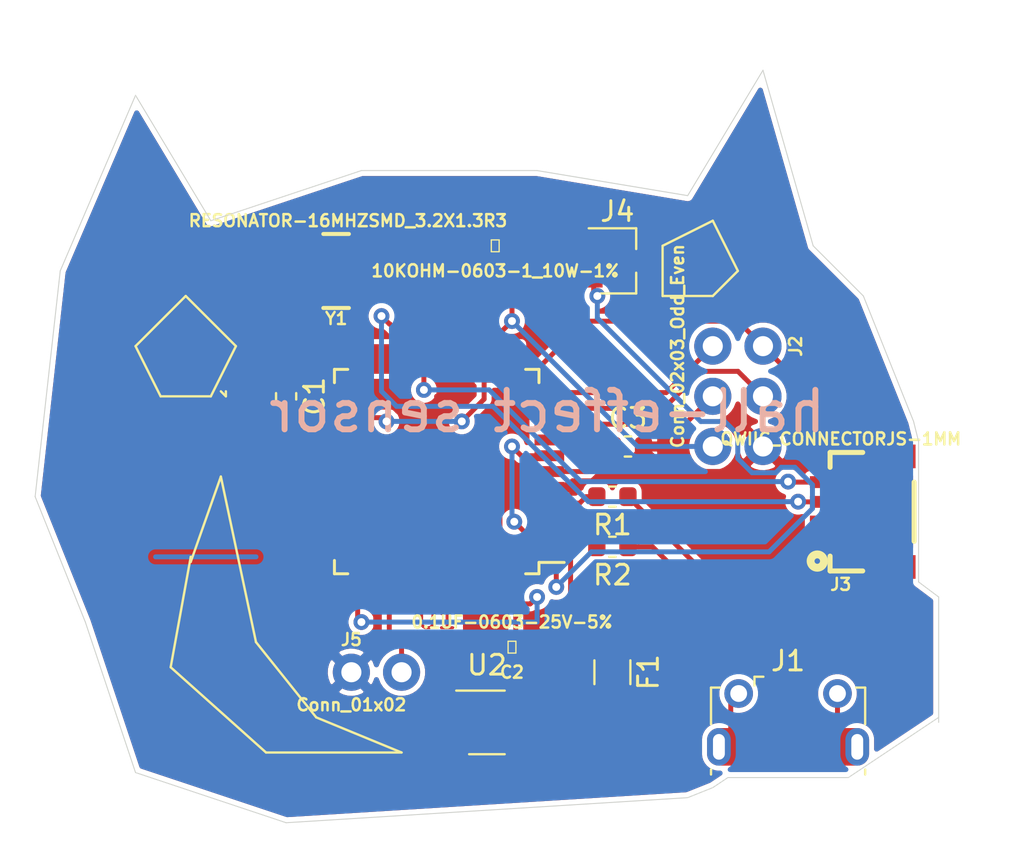
<source format=kicad_pcb>
(kicad_pcb (version 20171130) (host pcbnew "(5.1.2)-2")

  (general
    (thickness 1.6)
    (drawings 43)
    (tracks 232)
    (zones 0)
    (modules 15)
    (nets 43)
  )

  (page A4)
  (layers
    (0 F.Cu signal)
    (31 B.Cu signal)
    (32 B.Adhes user)
    (33 F.Adhes user)
    (34 B.Paste user)
    (35 F.Paste user)
    (36 B.SilkS user)
    (37 F.SilkS user)
    (38 B.Mask user)
    (39 F.Mask user)
    (40 Dwgs.User user)
    (41 Cmts.User user)
    (42 Eco1.User user)
    (43 Eco2.User user)
    (44 Edge.Cuts user)
    (45 Margin user)
    (46 B.CrtYd user)
    (47 F.CrtYd user)
    (48 B.Fab user)
    (49 F.Fab user)
  )

  (setup
    (last_trace_width 0.25)
    (trace_clearance 0.2)
    (zone_clearance 0.254)
    (zone_45_only no)
    (trace_min 0.2)
    (via_size 0.8)
    (via_drill 0.4)
    (via_min_size 0.4)
    (via_min_drill 0.3)
    (uvia_size 0.3)
    (uvia_drill 0.1)
    (uvias_allowed no)
    (uvia_min_size 0.2)
    (uvia_min_drill 0.1)
    (edge_width 0.05)
    (segment_width 0.2)
    (pcb_text_width 0.3)
    (pcb_text_size 1.5 1.5)
    (mod_edge_width 0.12)
    (mod_text_size 1 1)
    (mod_text_width 0.15)
    (pad_size 1.524 1.524)
    (pad_drill 0.762)
    (pad_to_mask_clearance 0.051)
    (solder_mask_min_width 0.25)
    (aux_axis_origin 0 0)
    (visible_elements 7FF9FFFF)
    (pcbplotparams
      (layerselection 0x010f0_ffffffff)
      (usegerberextensions true)
      (usegerberattributes false)
      (usegerberadvancedattributes false)
      (creategerberjobfile false)
      (excludeedgelayer true)
      (linewidth 0.100000)
      (plotframeref false)
      (viasonmask false)
      (mode 1)
      (useauxorigin false)
      (hpglpennumber 1)
      (hpglpenspeed 20)
      (hpglpendiameter 15.000000)
      (psnegative false)
      (psa4output false)
      (plotreference false)
      (plotvalue false)
      (plotinvisibletext false)
      (padsonsilk false)
      (subtractmaskfromsilk false)
      (outputformat 1)
      (mirror false)
      (drillshape 0)
      (scaleselection 1)
      (outputdirectory "E:/"))
  )

  (net 0 "")
  (net 1 GND)
  (net 2 "Net-(U1-Pad8)")
  (net 3 "Net-(U1-Pad12)")
  (net 4 VCC)
  (net 5 "Net-(U1-Pad16)")
  (net 6 "Net-(U1-Pad17)")
  (net 7 "Net-(U1-Pad20)")
  (net 8 "Net-(U1-Pad21)")
  (net 9 "Net-(U1-Pad22)")
  (net 10 "Net-(U1-Pad25)")
  (net 11 "Net-(U1-Pad26)")
  (net 12 "Net-(U1-Pad27)")
  (net 13 "Net-(U1-Pad28)")
  (net 14 "Net-(U1-Pad29)")
  (net 15 "Net-(U1-Pad30)")
  (net 16 "Net-(U1-Pad31)")
  (net 17 "Net-(U1-Pad32)")
  (net 18 "Net-(U1-Pad33)")
  (net 19 "Net-(U1-Pad37)")
  (net 20 "Net-(U1-Pad38)")
  (net 21 "Net-(U1-Pad39)")
  (net 22 "Net-(U1-Pad40)")
  (net 23 "Net-(U1-Pad41)")
  (net 24 "Net-(U1-Pad42)")
  (net 25 "Net-(C3-Pad1)")
  (net 26 UVCC)
  (net 27 "Net-(F1-Pad2)")
  (net 28 "Net-(J1-Pad6)")
  (net 29 "Net-(J1-Pad2)")
  (net 30 "Net-(J1-Pad4)")
  (net 31 "Net-(J1-Pad3)")
  (net 32 MISO)
  (net 33 SCK)
  (net 34 MOSI)
  (net 35 RESET)
  (net 36 D+)
  (net 37 D-)
  (net 38 "Net-(U2-Pad4)")
  (net 39 SDA)
  (net 40 SCL)
  (net 41 D7)
  (net 42 Analog)

  (net_class Default "This is the default net class."
    (clearance 0.2)
    (trace_width 0.25)
    (via_dia 0.8)
    (via_drill 0.4)
    (uvia_dia 0.3)
    (uvia_drill 0.1)
    (add_net Analog)
    (add_net D+)
    (add_net D-)
    (add_net D7)
    (add_net GND)
    (add_net MISO)
    (add_net MOSI)
    (add_net "Net-(C3-Pad1)")
    (add_net "Net-(F1-Pad2)")
    (add_net "Net-(J1-Pad2)")
    (add_net "Net-(J1-Pad3)")
    (add_net "Net-(J1-Pad4)")
    (add_net "Net-(J1-Pad6)")
    (add_net "Net-(U1-Pad12)")
    (add_net "Net-(U1-Pad16)")
    (add_net "Net-(U1-Pad17)")
    (add_net "Net-(U1-Pad20)")
    (add_net "Net-(U1-Pad21)")
    (add_net "Net-(U1-Pad22)")
    (add_net "Net-(U1-Pad25)")
    (add_net "Net-(U1-Pad26)")
    (add_net "Net-(U1-Pad27)")
    (add_net "Net-(U1-Pad28)")
    (add_net "Net-(U1-Pad29)")
    (add_net "Net-(U1-Pad30)")
    (add_net "Net-(U1-Pad31)")
    (add_net "Net-(U1-Pad32)")
    (add_net "Net-(U1-Pad33)")
    (add_net "Net-(U1-Pad37)")
    (add_net "Net-(U1-Pad38)")
    (add_net "Net-(U1-Pad39)")
    (add_net "Net-(U1-Pad40)")
    (add_net "Net-(U1-Pad41)")
    (add_net "Net-(U1-Pad42)")
    (add_net "Net-(U1-Pad8)")
    (add_net "Net-(U2-Pad4)")
    (add_net RESET)
    (add_net SCK)
    (add_net SCL)
    (add_net SDA)
    (add_net UVCC)
    (add_net VCC)
  )

  (module Package_QFP:TQFP-44_10x10mm_P0.8mm (layer F.Cu) (tedit 5A02F146) (tstamp 5D2D4159)
    (at 135.89 100.33 180)
    (descr "44-Lead Plastic Thin Quad Flatpack (PT) - 10x10x1.0 mm Body [TQFP] (see Microchip Packaging Specification 00000049BS.pdf)")
    (tags "QFP 0.8")
    (path /5D2D3264)
    (attr smd)
    (fp_text reference U1 (at 0 -7.45) (layer F.Cu)
      (effects (font (size 1 1) (thickness 0.15)))
    )
    (fp_text value ATMEGA32U4 (at 0 7.45) (layer F.Fab)
      (effects (font (size 1 1) (thickness 0.15)))
    )
    (fp_text user %R (at 0 0) (layer F.Fab)
      (effects (font (size 1 1) (thickness 0.15)))
    )
    (fp_line (start -4 -5) (end 5 -5) (layer F.Fab) (width 0.15))
    (fp_line (start 5 -5) (end 5 5) (layer F.Fab) (width 0.15))
    (fp_line (start 5 5) (end -5 5) (layer F.Fab) (width 0.15))
    (fp_line (start -5 5) (end -5 -4) (layer F.Fab) (width 0.15))
    (fp_line (start -5 -4) (end -4 -5) (layer F.Fab) (width 0.15))
    (fp_line (start -6.7 -6.7) (end -6.7 6.7) (layer F.CrtYd) (width 0.05))
    (fp_line (start 6.7 -6.7) (end 6.7 6.7) (layer F.CrtYd) (width 0.05))
    (fp_line (start -6.7 -6.7) (end 6.7 -6.7) (layer F.CrtYd) (width 0.05))
    (fp_line (start -6.7 6.7) (end 6.7 6.7) (layer F.CrtYd) (width 0.05))
    (fp_line (start -5.175 -5.175) (end -5.175 -4.6) (layer F.SilkS) (width 0.15))
    (fp_line (start 5.175 -5.175) (end 5.175 -4.5) (layer F.SilkS) (width 0.15))
    (fp_line (start 5.175 5.175) (end 5.175 4.5) (layer F.SilkS) (width 0.15))
    (fp_line (start -5.175 5.175) (end -5.175 4.5) (layer F.SilkS) (width 0.15))
    (fp_line (start -5.175 -5.175) (end -4.5 -5.175) (layer F.SilkS) (width 0.15))
    (fp_line (start -5.175 5.175) (end -4.5 5.175) (layer F.SilkS) (width 0.15))
    (fp_line (start 5.175 5.175) (end 4.5 5.175) (layer F.SilkS) (width 0.15))
    (fp_line (start 5.175 -5.175) (end 4.5 -5.175) (layer F.SilkS) (width 0.15))
    (fp_line (start -5.175 -4.6) (end -6.45 -4.6) (layer F.SilkS) (width 0.15))
    (pad 1 smd rect (at -5.7 -4 180) (size 1.5 0.55) (layers F.Cu F.Paste F.Mask)
      (net 41 D7))
    (pad 2 smd rect (at -5.7 -3.2 180) (size 1.5 0.55) (layers F.Cu F.Paste F.Mask)
      (net 26 UVCC))
    (pad 3 smd rect (at -5.7 -2.4 180) (size 1.5 0.55) (layers F.Cu F.Paste F.Mask)
      (net 37 D-))
    (pad 4 smd rect (at -5.7 -1.6 180) (size 1.5 0.55) (layers F.Cu F.Paste F.Mask)
      (net 36 D+))
    (pad 5 smd rect (at -5.7 -0.8 180) (size 1.5 0.55) (layers F.Cu F.Paste F.Mask)
      (net 1 GND))
    (pad 6 smd rect (at -5.7 0 180) (size 1.5 0.55) (layers F.Cu F.Paste F.Mask)
      (net 25 "Net-(C3-Pad1)"))
    (pad 7 smd rect (at -5.7 0.8 180) (size 1.5 0.55) (layers F.Cu F.Paste F.Mask)
      (net 26 UVCC))
    (pad 8 smd rect (at -5.7 1.6 180) (size 1.5 0.55) (layers F.Cu F.Paste F.Mask)
      (net 2 "Net-(U1-Pad8)"))
    (pad 9 smd rect (at -5.7 2.4 180) (size 1.5 0.55) (layers F.Cu F.Paste F.Mask)
      (net 33 SCK))
    (pad 10 smd rect (at -5.7 3.2 180) (size 1.5 0.55) (layers F.Cu F.Paste F.Mask)
      (net 34 MOSI))
    (pad 11 smd rect (at -5.7 4 180) (size 1.5 0.55) (layers F.Cu F.Paste F.Mask)
      (net 32 MISO))
    (pad 12 smd rect (at -4 5.7 270) (size 1.5 0.55) (layers F.Cu F.Paste F.Mask)
      (net 3 "Net-(U1-Pad12)"))
    (pad 13 smd rect (at -3.2 5.7 270) (size 1.5 0.55) (layers F.Cu F.Paste F.Mask)
      (net 35 RESET))
    (pad 14 smd rect (at -2.4 5.7 270) (size 1.5 0.55) (layers F.Cu F.Paste F.Mask)
      (net 4 VCC))
    (pad 15 smd rect (at -1.6 5.7 270) (size 1.5 0.55) (layers F.Cu F.Paste F.Mask)
      (net 1 GND))
    (pad 16 smd rect (at -0.8 5.7 270) (size 1.5 0.55) (layers F.Cu F.Paste F.Mask)
      (net 5 "Net-(U1-Pad16)"))
    (pad 17 smd rect (at 0 5.7 270) (size 1.5 0.55) (layers F.Cu F.Paste F.Mask)
      (net 6 "Net-(U1-Pad17)"))
    (pad 18 smd rect (at 0.8 5.7 270) (size 1.5 0.55) (layers F.Cu F.Paste F.Mask)
      (net 40 SCL))
    (pad 19 smd rect (at 1.6 5.7 270) (size 1.5 0.55) (layers F.Cu F.Paste F.Mask)
      (net 39 SDA))
    (pad 20 smd rect (at 2.4 5.7 270) (size 1.5 0.55) (layers F.Cu F.Paste F.Mask)
      (net 7 "Net-(U1-Pad20)"))
    (pad 21 smd rect (at 3.2 5.7 270) (size 1.5 0.55) (layers F.Cu F.Paste F.Mask)
      (net 8 "Net-(U1-Pad21)"))
    (pad 22 smd rect (at 4 5.7 270) (size 1.5 0.55) (layers F.Cu F.Paste F.Mask)
      (net 9 "Net-(U1-Pad22)"))
    (pad 23 smd rect (at 5.7 4 180) (size 1.5 0.55) (layers F.Cu F.Paste F.Mask)
      (net 1 GND))
    (pad 24 smd rect (at 5.7 3.2 180) (size 1.5 0.55) (layers F.Cu F.Paste F.Mask)
      (net 4 VCC))
    (pad 25 smd rect (at 5.7 2.4 180) (size 1.5 0.55) (layers F.Cu F.Paste F.Mask)
      (net 10 "Net-(U1-Pad25)"))
    (pad 26 smd rect (at 5.7 1.6 180) (size 1.5 0.55) (layers F.Cu F.Paste F.Mask)
      (net 11 "Net-(U1-Pad26)"))
    (pad 27 smd rect (at 5.7 0.8 180) (size 1.5 0.55) (layers F.Cu F.Paste F.Mask)
      (net 12 "Net-(U1-Pad27)"))
    (pad 28 smd rect (at 5.7 0 180) (size 1.5 0.55) (layers F.Cu F.Paste F.Mask)
      (net 13 "Net-(U1-Pad28)"))
    (pad 29 smd rect (at 5.7 -0.8 180) (size 1.5 0.55) (layers F.Cu F.Paste F.Mask)
      (net 14 "Net-(U1-Pad29)"))
    (pad 30 smd rect (at 5.7 -1.6 180) (size 1.5 0.55) (layers F.Cu F.Paste F.Mask)
      (net 15 "Net-(U1-Pad30)"))
    (pad 31 smd rect (at 5.7 -2.4 180) (size 1.5 0.55) (layers F.Cu F.Paste F.Mask)
      (net 16 "Net-(U1-Pad31)"))
    (pad 32 smd rect (at 5.7 -3.2 180) (size 1.5 0.55) (layers F.Cu F.Paste F.Mask)
      (net 17 "Net-(U1-Pad32)"))
    (pad 33 smd rect (at 5.7 -4 180) (size 1.5 0.55) (layers F.Cu F.Paste F.Mask)
      (net 18 "Net-(U1-Pad33)"))
    (pad 34 smd rect (at 4 -5.7 270) (size 1.5 0.55) (layers F.Cu F.Paste F.Mask)
      (net 4 VCC))
    (pad 35 smd rect (at 3.2 -5.7 270) (size 1.5 0.55) (layers F.Cu F.Paste F.Mask)
      (net 1 GND))
    (pad 36 smd rect (at 2.4 -5.7 270) (size 1.5 0.55) (layers F.Cu F.Paste F.Mask)
      (net 42 Analog))
    (pad 37 smd rect (at 1.6 -5.7 270) (size 1.5 0.55) (layers F.Cu F.Paste F.Mask)
      (net 19 "Net-(U1-Pad37)"))
    (pad 38 smd rect (at 0.8 -5.7 270) (size 1.5 0.55) (layers F.Cu F.Paste F.Mask)
      (net 20 "Net-(U1-Pad38)"))
    (pad 39 smd rect (at 0 -5.7 270) (size 1.5 0.55) (layers F.Cu F.Paste F.Mask)
      (net 21 "Net-(U1-Pad39)"))
    (pad 40 smd rect (at -0.8 -5.7 270) (size 1.5 0.55) (layers F.Cu F.Paste F.Mask)
      (net 22 "Net-(U1-Pad40)"))
    (pad 41 smd rect (at -1.6 -5.7 270) (size 1.5 0.55) (layers F.Cu F.Paste F.Mask)
      (net 23 "Net-(U1-Pad41)"))
    (pad 42 smd rect (at -2.4 -5.7 270) (size 1.5 0.55) (layers F.Cu F.Paste F.Mask)
      (net 24 "Net-(U1-Pad42)"))
    (pad 43 smd rect (at -3.2 -5.7 270) (size 1.5 0.55) (layers F.Cu F.Paste F.Mask)
      (net 1 GND))
    (pad 44 smd rect (at -4 -5.7 270) (size 1.5 0.55) (layers F.Cu F.Paste F.Mask)
      (net 4 VCC))
    (model ${KISYS3DMOD}/Package_QFP.3dshapes/TQFP-44_10x10mm_P0.8mm.wrl
      (at (xyz 0 0 0))
      (scale (xyz 1 1 1))
      (rotate (xyz 0 0 0))
    )
  )

  (module Capacitor_SMD:C_0603_1608Metric (layer F.Cu) (tedit 5B301BBE) (tstamp 5D2D4C7A)
    (at 128.27 96.52 270)
    (descr "Capacitor SMD 0603 (1608 Metric), square (rectangular) end terminal, IPC_7351 nominal, (Body size source: http://www.tortai-tech.com/upload/download/2011102023233369053.pdf), generated with kicad-footprint-generator")
    (tags capacitor)
    (path /5D3147A5)
    (attr smd)
    (fp_text reference C1 (at 0 -1.43 90) (layer F.SilkS)
      (effects (font (size 1 1) (thickness 0.15)))
    )
    (fp_text value 1.0UF-0603-16V-10% (at 0 1.43 90) (layer F.Fab)
      (effects (font (size 1 1) (thickness 0.15)))
    )
    (fp_text user %R (at 0 0 90) (layer F.Fab)
      (effects (font (size 0.4 0.4) (thickness 0.06)))
    )
    (fp_line (start 1.48 0.73) (end -1.48 0.73) (layer F.CrtYd) (width 0.05))
    (fp_line (start 1.48 -0.73) (end 1.48 0.73) (layer F.CrtYd) (width 0.05))
    (fp_line (start -1.48 -0.73) (end 1.48 -0.73) (layer F.CrtYd) (width 0.05))
    (fp_line (start -1.48 0.73) (end -1.48 -0.73) (layer F.CrtYd) (width 0.05))
    (fp_line (start -0.162779 0.51) (end 0.162779 0.51) (layer F.SilkS) (width 0.12))
    (fp_line (start -0.162779 -0.51) (end 0.162779 -0.51) (layer F.SilkS) (width 0.12))
    (fp_line (start 0.8 0.4) (end -0.8 0.4) (layer F.Fab) (width 0.1))
    (fp_line (start 0.8 -0.4) (end 0.8 0.4) (layer F.Fab) (width 0.1))
    (fp_line (start -0.8 -0.4) (end 0.8 -0.4) (layer F.Fab) (width 0.1))
    (fp_line (start -0.8 0.4) (end -0.8 -0.4) (layer F.Fab) (width 0.1))
    (pad 2 smd roundrect (at 0.7875 0 270) (size 0.875 0.95) (layers F.Cu F.Paste F.Mask) (roundrect_rratio 0.25)
      (net 4 VCC))
    (pad 1 smd roundrect (at -0.7875 0 270) (size 0.875 0.95) (layers F.Cu F.Paste F.Mask) (roundrect_rratio 0.25)
      (net 1 GND))
    (model ${KISYS3DMOD}/Capacitor_SMD.3dshapes/C_0603_1608Metric.wrl
      (at (xyz 0 0 0))
      (scale (xyz 1 1 1))
      (rotate (xyz 0 0 0))
    )
  )

  (module 0603 (layer F.Cu) (tedit 596180EF) (tstamp 5D2D4C92)
    (at 139.7 109.22 180)
    (descr "GENERIC 1608 (0603) PACKAGE")
    (tags "GENERIC 1608 (0603) PACKAGE")
    (path /5D2F5D13)
    (attr smd)
    (fp_text reference C2 (at 0 -1.27) (layer F.SilkS)
      (effects (font (size 0.6096 0.6096) (thickness 0.127)))
    )
    (fp_text value 0.1UF-0603-25V-5% (at 0 1.27) (layer F.SilkS)
      (effects (font (size 0.6096 0.6096) (thickness 0.127)))
    )
    (fp_line (start -0.8382 0.4699) (end -0.33782 0.4699) (layer Dwgs.User) (width 0.06604))
    (fp_line (start -0.33782 0.4699) (end -0.33782 -0.48006) (layer Dwgs.User) (width 0.06604))
    (fp_line (start -0.8382 -0.48006) (end -0.33782 -0.48006) (layer Dwgs.User) (width 0.06604))
    (fp_line (start -0.8382 0.4699) (end -0.8382 -0.48006) (layer Dwgs.User) (width 0.06604))
    (fp_line (start 0.3302 0.4699) (end 0.82804 0.4699) (layer Dwgs.User) (width 0.06604))
    (fp_line (start 0.82804 0.4699) (end 0.82804 -0.48006) (layer Dwgs.User) (width 0.06604))
    (fp_line (start 0.3302 -0.48006) (end 0.82804 -0.48006) (layer Dwgs.User) (width 0.06604))
    (fp_line (start 0.3302 0.4699) (end 0.3302 -0.48006) (layer Dwgs.User) (width 0.06604))
    (fp_line (start -0.19812 0.29972) (end 0.19812 0.29972) (layer F.SilkS) (width 0.06604))
    (fp_line (start 0.19812 0.29972) (end 0.19812 -0.29972) (layer F.SilkS) (width 0.06604))
    (fp_line (start -0.19812 -0.29972) (end 0.19812 -0.29972) (layer F.SilkS) (width 0.06604))
    (fp_line (start -0.19812 0.29972) (end -0.19812 -0.29972) (layer F.SilkS) (width 0.06604))
    (fp_line (start -1.59766 -0.6985) (end 1.59766 -0.6985) (layer F.CrtYd) (width 0.0508))
    (fp_line (start 1.59766 -0.6985) (end 1.59766 0.6985) (layer F.CrtYd) (width 0.0508))
    (fp_line (start 1.59766 0.6985) (end -1.59766 0.6985) (layer F.CrtYd) (width 0.0508))
    (fp_line (start -1.59766 0.6985) (end -1.59766 -0.6985) (layer F.CrtYd) (width 0.0508))
    (fp_line (start -0.3556 -0.4318) (end 0.3556 -0.4318) (layer Dwgs.User) (width 0.1016))
    (fp_line (start -0.3556 0.41656) (end 0.3556 0.41656) (layer Dwgs.User) (width 0.1016))
    (pad 1 smd rect (at -0.84836 0 180) (size 1.09982 0.99822) (layers F.Cu F.Paste F.Mask)
      (net 4 VCC) (solder_mask_margin 0.1016))
    (pad 2 smd rect (at 0.84836 0 180) (size 1.09982 0.99822) (layers F.Cu F.Paste F.Mask)
      (net 1 GND) (solder_mask_margin 0.1016))
  )

  (module Capacitor_SMD:C_0603_1608Metric (layer F.Cu) (tedit 5B301BBE) (tstamp 5D2D4CA3)
    (at 145.5675 99.06)
    (descr "Capacitor SMD 0603 (1608 Metric), square (rectangular) end terminal, IPC_7351 nominal, (Body size source: http://www.tortai-tech.com/upload/download/2011102023233369053.pdf), generated with kicad-footprint-generator")
    (tags capacitor)
    (path /5D2F3B0A)
    (attr smd)
    (fp_text reference C3 (at 0 -1.43) (layer F.SilkS)
      (effects (font (size 1 1) (thickness 0.15)))
    )
    (fp_text value 1.0UF-0603-16V-10% (at -0.7875 1.43) (layer F.Fab)
      (effects (font (size 1 1) (thickness 0.15)))
    )
    (fp_line (start -0.8 0.4) (end -0.8 -0.4) (layer F.Fab) (width 0.1))
    (fp_line (start -0.8 -0.4) (end 0.8 -0.4) (layer F.Fab) (width 0.1))
    (fp_line (start 0.8 -0.4) (end 0.8 0.4) (layer F.Fab) (width 0.1))
    (fp_line (start 0.8 0.4) (end -0.8 0.4) (layer F.Fab) (width 0.1))
    (fp_line (start -0.162779 -0.51) (end 0.162779 -0.51) (layer F.SilkS) (width 0.12))
    (fp_line (start -0.162779 0.51) (end 0.162779 0.51) (layer F.SilkS) (width 0.12))
    (fp_line (start -1.48 0.73) (end -1.48 -0.73) (layer F.CrtYd) (width 0.05))
    (fp_line (start -1.48 -0.73) (end 1.48 -0.73) (layer F.CrtYd) (width 0.05))
    (fp_line (start 1.48 -0.73) (end 1.48 0.73) (layer F.CrtYd) (width 0.05))
    (fp_line (start 1.48 0.73) (end -1.48 0.73) (layer F.CrtYd) (width 0.05))
    (fp_text user %R (at 0 0) (layer F.Fab)
      (effects (font (size 0.4 0.4) (thickness 0.06)))
    )
    (pad 1 smd roundrect (at -0.7875 0) (size 0.875 0.95) (layers F.Cu F.Paste F.Mask) (roundrect_rratio 0.25)
      (net 25 "Net-(C3-Pad1)"))
    (pad 2 smd roundrect (at 0.7875 0) (size 0.875 0.95) (layers F.Cu F.Paste F.Mask) (roundrect_rratio 0.25)
      (net 1 GND))
    (model ${KISYS3DMOD}/Capacitor_SMD.3dshapes/C_0603_1608Metric.wrl
      (at (xyz 0 0 0))
      (scale (xyz 1 1 1))
      (rotate (xyz 0 0 0))
    )
  )

  (module Fuse:Fuse_1206_3216Metric (layer F.Cu) (tedit 5B301BBE) (tstamp 5D2D4CB4)
    (at 144.78 110.49 270)
    (descr "Fuse SMD 1206 (3216 Metric), square (rectangular) end terminal, IPC_7351 nominal, (Body size source: http://www.tortai-tech.com/upload/download/2011102023233369053.pdf), generated with kicad-footprint-generator")
    (tags resistor)
    (path /5D30CE64)
    (attr smd)
    (fp_text reference F1 (at 0 -1.82 90) (layer F.SilkS)
      (effects (font (size 1 1) (thickness 0.15)))
    )
    (fp_text value PPTC_HALF-AMP (at 0 1.82 90) (layer F.Fab)
      (effects (font (size 1 1) (thickness 0.15)))
    )
    (fp_line (start -1.6 0.8) (end -1.6 -0.8) (layer F.Fab) (width 0.1))
    (fp_line (start -1.6 -0.8) (end 1.6 -0.8) (layer F.Fab) (width 0.1))
    (fp_line (start 1.6 -0.8) (end 1.6 0.8) (layer F.Fab) (width 0.1))
    (fp_line (start 1.6 0.8) (end -1.6 0.8) (layer F.Fab) (width 0.1))
    (fp_line (start -0.602064 -0.91) (end 0.602064 -0.91) (layer F.SilkS) (width 0.12))
    (fp_line (start -0.602064 0.91) (end 0.602064 0.91) (layer F.SilkS) (width 0.12))
    (fp_line (start -2.28 1.12) (end -2.28 -1.12) (layer F.CrtYd) (width 0.05))
    (fp_line (start -2.28 -1.12) (end 2.28 -1.12) (layer F.CrtYd) (width 0.05))
    (fp_line (start 2.28 -1.12) (end 2.28 1.12) (layer F.CrtYd) (width 0.05))
    (fp_line (start 2.28 1.12) (end -2.28 1.12) (layer F.CrtYd) (width 0.05))
    (fp_text user %R (at 0 0 90) (layer F.Fab)
      (effects (font (size 0.8 0.8) (thickness 0.12)))
    )
    (pad 1 smd roundrect (at -1.4 0 270) (size 1.25 1.75) (layers F.Cu F.Paste F.Mask) (roundrect_rratio 0.2)
      (net 26 UVCC))
    (pad 2 smd roundrect (at 1.4 0 270) (size 1.25 1.75) (layers F.Cu F.Paste F.Mask) (roundrect_rratio 0.2)
      (net 27 "Net-(F1-Pad2)"))
    (model ${KISYS3DMOD}/Fuse.3dshapes/Fuse_1206_3216Metric.wrl
      (at (xyz 0 0 0))
      (scale (xyz 1 1 1))
      (rotate (xyz 0 0 0))
    )
  )

  (module Connector_USB:USB_Micro-B_Molex-105017-0001 (layer F.Cu) (tedit 5A1DC0BE) (tstamp 5D2D4CDD)
    (at 153.67 113.03)
    (descr http://www.molex.com/pdm_docs/sd/1050170001_sd.pdf)
    (tags "Micro-USB SMD Typ-B")
    (path /5D2E4F6D)
    (attr smd)
    (fp_text reference J1 (at 0 -3.1125) (layer F.SilkS)
      (effects (font (size 1 1) (thickness 0.15)))
    )
    (fp_text value USB_OTG (at 0.3 4.3375) (layer F.Fab)
      (effects (font (size 1 1) (thickness 0.15)))
    )
    (fp_text user "PCB Edge" (at 0 2.6875) (layer Dwgs.User)
      (effects (font (size 0.5 0.5) (thickness 0.08)))
    )
    (fp_text user %R (at 0 0.8875) (layer F.Fab)
      (effects (font (size 1 1) (thickness 0.15)))
    )
    (fp_line (start -4.4 3.64) (end 4.4 3.64) (layer F.CrtYd) (width 0.05))
    (fp_line (start 4.4 -2.46) (end 4.4 3.64) (layer F.CrtYd) (width 0.05))
    (fp_line (start -4.4 -2.46) (end 4.4 -2.46) (layer F.CrtYd) (width 0.05))
    (fp_line (start -4.4 3.64) (end -4.4 -2.46) (layer F.CrtYd) (width 0.05))
    (fp_line (start -3.9 -1.7625) (end -3.45 -1.7625) (layer F.SilkS) (width 0.12))
    (fp_line (start -3.9 0.0875) (end -3.9 -1.7625) (layer F.SilkS) (width 0.12))
    (fp_line (start 3.9 2.6375) (end 3.9 2.3875) (layer F.SilkS) (width 0.12))
    (fp_line (start 3.75 3.3875) (end 3.75 -1.6125) (layer F.Fab) (width 0.1))
    (fp_line (start -3 2.689204) (end 3 2.689204) (layer F.Fab) (width 0.1))
    (fp_line (start -3.75 3.389204) (end 3.75 3.389204) (layer F.Fab) (width 0.1))
    (fp_line (start -3.75 -1.6125) (end 3.75 -1.6125) (layer F.Fab) (width 0.1))
    (fp_line (start -3.75 3.3875) (end -3.75 -1.6125) (layer F.Fab) (width 0.1))
    (fp_line (start -3.9 2.6375) (end -3.9 2.3875) (layer F.SilkS) (width 0.12))
    (fp_line (start 3.9 0.0875) (end 3.9 -1.7625) (layer F.SilkS) (width 0.12))
    (fp_line (start 3.9 -1.7625) (end 3.45 -1.7625) (layer F.SilkS) (width 0.12))
    (fp_line (start -1.7 -2.3125) (end -1.25 -2.3125) (layer F.SilkS) (width 0.12))
    (fp_line (start -1.7 -2.3125) (end -1.7 -1.8625) (layer F.SilkS) (width 0.12))
    (fp_line (start -1.3 -1.7125) (end -1.5 -1.9125) (layer F.Fab) (width 0.1))
    (fp_line (start -1.1 -1.9125) (end -1.3 -1.7125) (layer F.Fab) (width 0.1))
    (fp_line (start -1.5 -2.1225) (end -1.1 -2.1225) (layer F.Fab) (width 0.1))
    (fp_line (start -1.5 -2.1225) (end -1.5 -1.9125) (layer F.Fab) (width 0.1))
    (fp_line (start -1.1 -2.1225) (end -1.1 -1.9125) (layer F.Fab) (width 0.1))
    (pad 6 smd rect (at 1 1.2375) (size 1.5 1.9) (layers F.Cu F.Paste F.Mask)
      (net 28 "Net-(J1-Pad6)"))
    (pad 6 thru_hole circle (at -2.5 -1.4625) (size 1.45 1.45) (drill 0.85) (layers *.Cu *.Mask)
      (net 28 "Net-(J1-Pad6)"))
    (pad 2 smd rect (at -0.65 -1.4625) (size 0.4 1.35) (layers F.Cu F.Paste F.Mask)
      (net 29 "Net-(J1-Pad2)"))
    (pad 1 smd rect (at -1.3 -1.4625) (size 0.4 1.35) (layers F.Cu F.Paste F.Mask)
      (net 26 UVCC))
    (pad 5 smd rect (at 1.3 -1.4625) (size 0.4 1.35) (layers F.Cu F.Paste F.Mask)
      (net 1 GND))
    (pad 4 smd rect (at 0.65 -1.4625) (size 0.4 1.35) (layers F.Cu F.Paste F.Mask)
      (net 30 "Net-(J1-Pad4)"))
    (pad 3 smd rect (at 0 -1.4625) (size 0.4 1.35) (layers F.Cu F.Paste F.Mask)
      (net 31 "Net-(J1-Pad3)"))
    (pad 6 thru_hole circle (at 2.5 -1.4625) (size 1.45 1.45) (drill 0.85) (layers *.Cu *.Mask)
      (net 28 "Net-(J1-Pad6)"))
    (pad 6 smd rect (at -1 1.2375) (size 1.5 1.9) (layers F.Cu F.Paste F.Mask)
      (net 28 "Net-(J1-Pad6)"))
    (pad 6 thru_hole oval (at -3.5 1.2375 180) (size 1.2 1.9) (drill oval 0.6 1.3) (layers *.Cu *.Mask)
      (net 28 "Net-(J1-Pad6)"))
    (pad 6 thru_hole oval (at 3.5 1.2375) (size 1.2 1.9) (drill oval 0.6 1.3) (layers *.Cu *.Mask)
      (net 28 "Net-(J1-Pad6)"))
    (pad 6 smd rect (at 2.9 1.2375) (size 1.2 1.9) (layers F.Cu F.Mask)
      (net 28 "Net-(J1-Pad6)"))
    (pad 6 smd rect (at -2.9 1.2375) (size 1.2 1.9) (layers F.Cu F.Mask)
      (net 28 "Net-(J1-Pad6)"))
    (model ${KISYS3DMOD}/Connector_USB.3dshapes/USB_Micro-B_Molex-105017-0001.wrl
      (at (xyz 0 0 0))
      (scale (xyz 1 1 1))
      (rotate (xyz 0 0 0))
    )
  )

  (module Connectors:2X3-NS (layer F.Cu) (tedit 5963E24F) (tstamp 5D2D4CFE)
    (at 151.13 96.52 270)
    (descr "PLATED THROUGH HOLE - 2X3 NO SILK OUTLINE")
    (tags "PLATED THROUGH HOLE - 2X3 NO SILK OUTLINE")
    (path /5D2FEFA1)
    (attr virtual)
    (fp_text reference J2 (at -2.54 -2.921 90) (layer F.SilkS)
      (effects (font (size 0.6096 0.6096) (thickness 0.127)))
    )
    (fp_text value Conn_02x03_Odd_Even (at -2.54 3.048 90) (layer F.SilkS)
      (effects (font (size 0.6096 0.6096) (thickness 0.127)))
    )
    (fp_line (start -3.81 1.905) (end -3.175 2.54) (layer Dwgs.User) (width 0.2032))
    (fp_line (start -1.905 2.54) (end -1.27 1.905) (layer Dwgs.User) (width 0.2032))
    (fp_line (start -1.27 1.905) (end -0.635 2.54) (layer Dwgs.User) (width 0.2032))
    (fp_line (start 0.635 2.54) (end 1.27 1.905) (layer Dwgs.User) (width 0.2032))
    (fp_line (start 1.27 1.905) (end 1.905 2.54) (layer Dwgs.User) (width 0.2032))
    (fp_line (start 3.175 2.54) (end 3.81 1.905) (layer Dwgs.User) (width 0.2032))
    (fp_line (start -3.81 1.905) (end -3.81 -1.905) (layer Dwgs.User) (width 0.2032))
    (fp_line (start -3.81 -1.905) (end -3.175 -2.54) (layer Dwgs.User) (width 0.2032))
    (fp_line (start -3.175 -2.54) (end -1.905 -2.54) (layer Dwgs.User) (width 0.2032))
    (fp_line (start -1.905 -2.54) (end -1.27 -1.905) (layer Dwgs.User) (width 0.2032))
    (fp_line (start -1.27 -1.905) (end -0.635 -2.54) (layer Dwgs.User) (width 0.2032))
    (fp_line (start -0.635 -2.54) (end 0.635 -2.54) (layer Dwgs.User) (width 0.2032))
    (fp_line (start 0.635 -2.54) (end 1.27 -1.905) (layer Dwgs.User) (width 0.2032))
    (fp_line (start 1.27 -1.905) (end 1.905 -2.54) (layer Dwgs.User) (width 0.2032))
    (fp_line (start 1.905 -2.54) (end 3.175 -2.54) (layer Dwgs.User) (width 0.2032))
    (fp_line (start 3.175 -2.54) (end 3.81 -1.905) (layer Dwgs.User) (width 0.2032))
    (fp_line (start -1.27 -1.905) (end -1.27 1.905) (layer Dwgs.User) (width 0.2032))
    (fp_line (start 1.27 -1.905) (end 1.27 1.905) (layer Dwgs.User) (width 0.2032))
    (fp_line (start 3.81 -1.905) (end 3.81 1.905) (layer Dwgs.User) (width 0.2032))
    (fp_line (start 1.905 2.54) (end 3.175 2.54) (layer Dwgs.User) (width 0.2032))
    (fp_line (start -0.635 2.54) (end 0.635 2.54) (layer Dwgs.User) (width 0.2032))
    (fp_line (start -3.175 2.54) (end -1.905 2.54) (layer Dwgs.User) (width 0.2032))
    (fp_line (start -1.905 2.87274) (end -3.175 2.87274) (layer Dwgs.User) (width 0.2032))
    (pad 1 thru_hole circle (at -2.54 1.27 270) (size 1.8796 1.8796) (drill 1.016) (layers *.Cu *.Mask)
      (net 32 MISO) (solder_mask_margin 0.1016))
    (pad 2 thru_hole circle (at -2.54 -1.27 270) (size 1.8796 1.8796) (drill 1.016) (layers *.Cu *.Mask)
      (net 4 VCC) (solder_mask_margin 0.1016))
    (pad 3 thru_hole circle (at 0 1.27 270) (size 1.8796 1.8796) (drill 1.016) (layers *.Cu *.Mask)
      (net 33 SCK) (solder_mask_margin 0.1016))
    (pad 4 thru_hole circle (at 0 -1.27 270) (size 1.8796 1.8796) (drill 1.016) (layers *.Cu *.Mask)
      (net 34 MOSI) (solder_mask_margin 0.1016))
    (pad 5 thru_hole circle (at 2.54 1.27 270) (size 1.8796 1.8796) (drill 1.016) (layers *.Cu *.Mask)
      (net 35 RESET) (solder_mask_margin 0.1016))
    (pad 6 thru_hole circle (at 2.54 -1.27 270) (size 1.8796 1.8796) (drill 1.016) (layers *.Cu *.Mask)
      (net 1 GND) (solder_mask_margin 0.1016))
  )

  (module Resistor_SMD:R_0603_1608Metric (layer F.Cu) (tedit 5B301BBD) (tstamp 5D2D4D0F)
    (at 144.78 101.6 180)
    (descr "Resistor SMD 0603 (1608 Metric), square (rectangular) end terminal, IPC_7351 nominal, (Body size source: http://www.tortai-tech.com/upload/download/2011102023233369053.pdf), generated with kicad-footprint-generator")
    (tags resistor)
    (path /5D2E81E8)
    (attr smd)
    (fp_text reference R1 (at 0 -1.43) (layer F.SilkS)
      (effects (font (size 1 1) (thickness 0.15)))
    )
    (fp_text value 220KOHM-0603-1_10W-1% (at 0.3175 1.67) (layer F.Fab)
      (effects (font (size 1 1) (thickness 0.15)))
    )
    (fp_line (start -0.8 0.4) (end -0.8 -0.4) (layer F.Fab) (width 0.1))
    (fp_line (start -0.8 -0.4) (end 0.8 -0.4) (layer F.Fab) (width 0.1))
    (fp_line (start 0.8 -0.4) (end 0.8 0.4) (layer F.Fab) (width 0.1))
    (fp_line (start 0.8 0.4) (end -0.8 0.4) (layer F.Fab) (width 0.1))
    (fp_line (start -0.162779 -0.51) (end 0.162779 -0.51) (layer F.SilkS) (width 0.12))
    (fp_line (start -0.162779 0.51) (end 0.162779 0.51) (layer F.SilkS) (width 0.12))
    (fp_line (start -1.48 0.73) (end -1.48 -0.73) (layer F.CrtYd) (width 0.05))
    (fp_line (start -1.48 -0.73) (end 1.48 -0.73) (layer F.CrtYd) (width 0.05))
    (fp_line (start 1.48 -0.73) (end 1.48 0.73) (layer F.CrtYd) (width 0.05))
    (fp_line (start 1.48 0.73) (end -1.48 0.73) (layer F.CrtYd) (width 0.05))
    (fp_text user %R (at 0 0) (layer F.Fab)
      (effects (font (size 0.4 0.4) (thickness 0.06)))
    )
    (pad 1 smd roundrect (at -0.7875 0 180) (size 0.875 0.95) (layers F.Cu F.Paste F.Mask) (roundrect_rratio 0.25)
      (net 31 "Net-(J1-Pad3)"))
    (pad 2 smd roundrect (at 0.7875 0 180) (size 0.875 0.95) (layers F.Cu F.Paste F.Mask) (roundrect_rratio 0.25)
      (net 36 D+))
    (model ${KISYS3DMOD}/Resistor_SMD.3dshapes/R_0603_1608Metric.wrl
      (at (xyz 0 0 0))
      (scale (xyz 1 1 1))
      (rotate (xyz 0 0 0))
    )
  )

  (module Resistor_SMD:R_0603_1608Metric (layer F.Cu) (tedit 5B301BBD) (tstamp 5D2D4D20)
    (at 144.78 104.14 180)
    (descr "Resistor SMD 0603 (1608 Metric), square (rectangular) end terminal, IPC_7351 nominal, (Body size source: http://www.tortai-tech.com/upload/download/2011102023233369053.pdf), generated with kicad-footprint-generator")
    (tags resistor)
    (path /5D2EAE24)
    (attr smd)
    (fp_text reference R2 (at 0 -1.43) (layer F.SilkS)
      (effects (font (size 1 1) (thickness 0.15)))
    )
    (fp_text value 220KOHM-0603-1_10W-1% (at 0 1.43) (layer F.Fab)
      (effects (font (size 1 1) (thickness 0.15)))
    )
    (fp_text user %R (at 0 0) (layer F.Fab)
      (effects (font (size 0.4 0.4) (thickness 0.06)))
    )
    (fp_line (start 1.48 0.73) (end -1.48 0.73) (layer F.CrtYd) (width 0.05))
    (fp_line (start 1.48 -0.73) (end 1.48 0.73) (layer F.CrtYd) (width 0.05))
    (fp_line (start -1.48 -0.73) (end 1.48 -0.73) (layer F.CrtYd) (width 0.05))
    (fp_line (start -1.48 0.73) (end -1.48 -0.73) (layer F.CrtYd) (width 0.05))
    (fp_line (start -0.162779 0.51) (end 0.162779 0.51) (layer F.SilkS) (width 0.12))
    (fp_line (start -0.162779 -0.51) (end 0.162779 -0.51) (layer F.SilkS) (width 0.12))
    (fp_line (start 0.8 0.4) (end -0.8 0.4) (layer F.Fab) (width 0.1))
    (fp_line (start 0.8 -0.4) (end 0.8 0.4) (layer F.Fab) (width 0.1))
    (fp_line (start -0.8 -0.4) (end 0.8 -0.4) (layer F.Fab) (width 0.1))
    (fp_line (start -0.8 0.4) (end -0.8 -0.4) (layer F.Fab) (width 0.1))
    (pad 2 smd roundrect (at 0.7875 0 180) (size 0.875 0.95) (layers F.Cu F.Paste F.Mask) (roundrect_rratio 0.25)
      (net 37 D-))
    (pad 1 smd roundrect (at -0.7875 0 180) (size 0.875 0.95) (layers F.Cu F.Paste F.Mask) (roundrect_rratio 0.25)
      (net 29 "Net-(J1-Pad2)"))
    (model ${KISYS3DMOD}/Resistor_SMD.3dshapes/R_0603_1608Metric.wrl
      (at (xyz 0 0 0))
      (scale (xyz 1 1 1))
      (rotate (xyz 0 0 0))
    )
  )

  (module 0603 (layer F.Cu) (tedit 596180EF) (tstamp 5D2D4D38)
    (at 138.85164 88.9)
    (descr "GENERIC 1608 (0603) PACKAGE")
    (tags "GENERIC 1608 (0603) PACKAGE")
    (path /5D3171CE)
    (attr smd)
    (fp_text reference R3 (at 0 -1.27) (layer F.SilkS)
      (effects (font (size 0.6096 0.6096) (thickness 0.127)))
    )
    (fp_text value 10KOHM-0603-1_10W-1% (at 0 1.27) (layer F.SilkS)
      (effects (font (size 0.6096 0.6096) (thickness 0.127)))
    )
    (fp_line (start -0.3556 0.41656) (end 0.3556 0.41656) (layer Dwgs.User) (width 0.1016))
    (fp_line (start -0.3556 -0.4318) (end 0.3556 -0.4318) (layer Dwgs.User) (width 0.1016))
    (fp_line (start -1.59766 0.6985) (end -1.59766 -0.6985) (layer F.CrtYd) (width 0.0508))
    (fp_line (start 1.59766 0.6985) (end -1.59766 0.6985) (layer F.CrtYd) (width 0.0508))
    (fp_line (start 1.59766 -0.6985) (end 1.59766 0.6985) (layer F.CrtYd) (width 0.0508))
    (fp_line (start -1.59766 -0.6985) (end 1.59766 -0.6985) (layer F.CrtYd) (width 0.0508))
    (fp_line (start -0.19812 0.29972) (end -0.19812 -0.29972) (layer F.SilkS) (width 0.06604))
    (fp_line (start -0.19812 -0.29972) (end 0.19812 -0.29972) (layer F.SilkS) (width 0.06604))
    (fp_line (start 0.19812 0.29972) (end 0.19812 -0.29972) (layer F.SilkS) (width 0.06604))
    (fp_line (start -0.19812 0.29972) (end 0.19812 0.29972) (layer F.SilkS) (width 0.06604))
    (fp_line (start 0.3302 0.4699) (end 0.3302 -0.48006) (layer Dwgs.User) (width 0.06604))
    (fp_line (start 0.3302 -0.48006) (end 0.82804 -0.48006) (layer Dwgs.User) (width 0.06604))
    (fp_line (start 0.82804 0.4699) (end 0.82804 -0.48006) (layer Dwgs.User) (width 0.06604))
    (fp_line (start 0.3302 0.4699) (end 0.82804 0.4699) (layer Dwgs.User) (width 0.06604))
    (fp_line (start -0.8382 0.4699) (end -0.8382 -0.48006) (layer Dwgs.User) (width 0.06604))
    (fp_line (start -0.8382 -0.48006) (end -0.33782 -0.48006) (layer Dwgs.User) (width 0.06604))
    (fp_line (start -0.33782 0.4699) (end -0.33782 -0.48006) (layer Dwgs.User) (width 0.06604))
    (fp_line (start -0.8382 0.4699) (end -0.33782 0.4699) (layer Dwgs.User) (width 0.06604))
    (pad 2 smd rect (at 0.84836 0) (size 1.09982 0.99822) (layers F.Cu F.Paste F.Mask)
      (net 35 RESET) (solder_mask_margin 0.1016))
    (pad 1 smd rect (at -0.84836 0) (size 1.09982 0.99822) (layers F.Cu F.Paste F.Mask)
      (net 4 VCC) (solder_mask_margin 0.1016))
  )

  (module Package_TO_SOT_SMD:SOT-23-5 (layer F.Cu) (tedit 5A02FF57) (tstamp 5D2D4D4D)
    (at 138.43 113.03)
    (descr "5-pin SOT23 package")
    (tags SOT-23-5)
    (path /5D30392E)
    (attr smd)
    (fp_text reference U2 (at 0 -2.9) (layer F.SilkS)
      (effects (font (size 1 1) (thickness 0.15)))
    )
    (fp_text value MIC5219-3.3YM5 (at 0 2.9) (layer F.Fab)
      (effects (font (size 1 1) (thickness 0.15)))
    )
    (fp_text user %R (at 0 0 90) (layer F.Fab)
      (effects (font (size 0.5 0.5) (thickness 0.075)))
    )
    (fp_line (start -0.9 1.61) (end 0.9 1.61) (layer F.SilkS) (width 0.12))
    (fp_line (start 0.9 -1.61) (end -1.55 -1.61) (layer F.SilkS) (width 0.12))
    (fp_line (start -1.9 -1.8) (end 1.9 -1.8) (layer F.CrtYd) (width 0.05))
    (fp_line (start 1.9 -1.8) (end 1.9 1.8) (layer F.CrtYd) (width 0.05))
    (fp_line (start 1.9 1.8) (end -1.9 1.8) (layer F.CrtYd) (width 0.05))
    (fp_line (start -1.9 1.8) (end -1.9 -1.8) (layer F.CrtYd) (width 0.05))
    (fp_line (start -0.9 -0.9) (end -0.25 -1.55) (layer F.Fab) (width 0.1))
    (fp_line (start 0.9 -1.55) (end -0.25 -1.55) (layer F.Fab) (width 0.1))
    (fp_line (start -0.9 -0.9) (end -0.9 1.55) (layer F.Fab) (width 0.1))
    (fp_line (start 0.9 1.55) (end -0.9 1.55) (layer F.Fab) (width 0.1))
    (fp_line (start 0.9 -1.55) (end 0.9 1.55) (layer F.Fab) (width 0.1))
    (pad 1 smd rect (at -1.1 -0.95) (size 1.06 0.65) (layers F.Cu F.Paste F.Mask)
      (net 27 "Net-(F1-Pad2)"))
    (pad 2 smd rect (at -1.1 0) (size 1.06 0.65) (layers F.Cu F.Paste F.Mask)
      (net 1 GND))
    (pad 3 smd rect (at -1.1 0.95) (size 1.06 0.65) (layers F.Cu F.Paste F.Mask)
      (net 27 "Net-(F1-Pad2)"))
    (pad 4 smd rect (at 1.1 0.95) (size 1.06 0.65) (layers F.Cu F.Paste F.Mask)
      (net 38 "Net-(U2-Pad4)"))
    (pad 5 smd rect (at 1.1 -0.95) (size 1.06 0.65) (layers F.Cu F.Paste F.Mask)
      (net 4 VCC))
    (model ${KISYS3DMOD}/Package_TO_SOT_SMD.3dshapes/SOT-23-5.wrl
      (at (xyz 0 0 0))
      (scale (xyz 1 1 1))
      (rotate (xyz 0 0 0))
    )
  )

  (module Connectors:1X04_1MM_RA (layer F.Cu) (tedit 200000) (tstamp 5D305079)
    (at 155.448 102.362 90)
    (descr "SMD- 4 PIN RIGHT ANGLE")
    (tags "SMD- 4 PIN RIGHT ANGLE")
    (path /5D34A380)
    (attr smd)
    (fp_text reference J3 (at -3.683 0.889) (layer F.SilkS)
      (effects (font (size 0.6096 0.6096) (thickness 0.127)))
    )
    (fp_text value QWIIC_CONNECTORJS-1MM (at 3.683 0.889) (layer F.SilkS)
      (effects (font (size 0.6096 0.6096) (thickness 0.127)))
    )
    (fp_line (start -1.4986 4.59994) (end 1.4986 4.59994) (layer F.SilkS) (width 0.254))
    (fp_line (start -2.99974 1.99898) (end -2.99974 0.34798) (layer F.SilkS) (width 0.254))
    (fp_line (start 2.2479 0.34798) (end 2.99974 0.34798) (layer F.SilkS) (width 0.254))
    (fp_line (start 2.99974 0.34798) (end 2.99974 1.99898) (layer F.SilkS) (width 0.254))
    (fp_line (start -2.99974 0.34798) (end -2.2479 0.34798) (layer F.SilkS) (width 0.254))
    (fp_circle (center -2.49936 -0.29972) (end -2.49936 -0.43942) (layer F.SilkS) (width 0.39878))
    (pad 1 smd rect (at -1.4986 0 90) (size 0.59944 1.34874) (layers F.Cu F.Paste F.Mask)
      (net 1 GND) (solder_mask_margin 0.1016))
    (pad 2 smd rect (at -0.49784 0 90) (size 0.59944 1.34874) (layers F.Cu F.Paste F.Mask)
      (net 4 VCC) (solder_mask_margin 0.1016))
    (pad 3 smd rect (at 0.49784 0 90) (size 0.59944 1.34874) (layers F.Cu F.Paste F.Mask)
      (net 39 SDA) (solder_mask_margin 0.1016))
    (pad 4 smd rect (at 1.4986 0 90) (size 0.59944 1.34874) (layers F.Cu F.Paste F.Mask)
      (net 40 SCL) (solder_mask_margin 0.1016))
    (pad NC1 smd rect (at 2.79908 3.67284 90) (size 1.19888 1.99898) (layers F.Cu F.Paste F.Mask)
      (solder_mask_margin 0.1016))
    (pad NC2 smd rect (at -2.79908 3.67284 90) (size 1.19888 1.99898) (layers F.Cu F.Paste F.Mask)
      (solder_mask_margin 0.1016))
  )

  (module Clocks:RESONATOR-SMD-3.2X1.3 (layer F.Cu) (tedit 59628675) (tstamp 5D30507A)
    (at 130.81 90.17 90)
    (descr "3.2X1.3MM 3-PIN SMD RESONATOR")
    (tags "3.2X1.3MM 3-PIN SMD RESONATOR")
    (path /5D2DEFBE)
    (attr smd)
    (fp_text reference Y1 (at -2.413 0) (layer F.SilkS)
      (effects (font (size 0.6096 0.6096) (thickness 0.127)))
    )
    (fp_text value RESONATOR-16MHZSMD_3.2X1.3 (at 2.54 0) (layer F.SilkS)
      (effects (font (size 0.6096 0.6096) (thickness 0.127)))
    )
    (fp_text user Restrict (at 0.635 0) (layer Dwgs.User)
      (effects (font (size 0.254 0.254) (thickness 0.0254)))
    )
    (fp_text user Restrict (at -0.635 0) (layer Dwgs.User)
      (effects (font (size 0.254 0.254) (thickness 0.0254)))
    )
    (fp_line (start -1.74752 0.76708) (end 1.74498 0.76708) (layer Dwgs.User) (width 0.06604))
    (fp_line (start 1.74498 0.76708) (end 1.74498 -0.76454) (layer Dwgs.User) (width 0.06604))
    (fp_line (start -1.74752 -0.76454) (end 1.74498 -0.76454) (layer Dwgs.User) (width 0.06604))
    (fp_line (start -1.74752 0.76708) (end -1.74752 -0.76454) (layer Dwgs.User) (width 0.06604))
    (fp_line (start 1.86944 -0.65786) (end 1.86944 0.63754) (layer F.SilkS) (width 0.2032))
    (fp_line (start -1.87706 0.63754) (end -1.87706 -0.65786) (layer F.SilkS) (width 0.2032))
    (fp_line (start -1.19888 0) (end -1.19888 -1.016) (layer F.Cu) (width 0.254))
    (fp_line (start -1.19888 1.016) (end -1.19888 0) (layer F.Cu) (width 0.254))
    (fp_line (start 1.19888 0) (end 1.19888 -1.016) (layer F.Cu) (width 0.254))
    (fp_line (start 1.19888 0) (end 1.19888 1.016) (layer F.Cu) (width 0.254))
    (fp_line (start 0 0) (end 0 -1.016) (layer F.Cu) (width 0.254))
    (fp_line (start 0 0) (end 0 1.016) (layer F.Cu) (width 0.254))
    (pad 1 smd oval (at -1.19888 0 90) (size 0.44958 1.905) (layers F.Cu F.Paste F.Mask)
      (net 6 "Net-(U1-Pad17)") (solder_mask_margin 0.1016))
    (pad 2 smd oval (at 0 0 90) (size 0.44958 1.905) (layers F.Cu F.Paste F.Mask)
      (net 1 GND) (solder_mask_margin 0.1016))
    (pad 3 smd oval (at 1.19888 0 90) (size 0.44958 1.905) (layers F.Cu F.Paste F.Mask)
      (net 5 "Net-(U1-Pad16)") (solder_mask_margin 0.1016))
  )

  (module Package_TO_SOT_SMD:SC-59 (layer F.Cu) (tedit 5A02FF57) (tstamp 5D366D5A)
    (at 145.034 89.662)
    (descr "SC-59, https://lib.chipdip.ru/images/import_diod/original/SOT-23_SC-59.jpg")
    (tags SC-59)
    (path /5D36844E)
    (attr smd)
    (fp_text reference J4 (at 0 -2.5) (layer F.SilkS)
      (effects (font (size 1 1) (thickness 0.15)))
    )
    (fp_text value Conn_01x03 (at 0 2.5) (layer F.Fab)
      (effects (font (size 1 1) (thickness 0.15)))
    )
    (fp_text user %R (at 0 0 90) (layer F.Fab)
      (effects (font (size 0.5 0.5) (thickness 0.075)))
    )
    (fp_line (start -0.85 1.55) (end -0.85 -1) (layer F.Fab) (width 0.1))
    (fp_line (start -1.45 -1.65) (end 0.95 -1.65) (layer F.SilkS) (width 0.12))
    (fp_line (start 0.95 -1.65) (end 0.95 -0.6) (layer F.SilkS) (width 0.12))
    (fp_line (start -0.85 1.65) (end 0.95 1.65) (layer F.SilkS) (width 0.12))
    (fp_line (start 0.95 1.65) (end 0.95 0.6) (layer F.SilkS) (width 0.12))
    (fp_line (start -0.85 1.55) (end 0.85 1.55) (layer F.Fab) (width 0.1))
    (fp_line (start -0.3 -1.55) (end -0.85 -1) (layer F.Fab) (width 0.1))
    (fp_line (start -0.3 -1.55) (end 0.85 -1.55) (layer F.Fab) (width 0.1))
    (fp_line (start 0.85 -1.52) (end 0.85 1.52) (layer F.Fab) (width 0.1))
    (fp_line (start -1.9 -1.8) (end 1.9 -1.8) (layer F.CrtYd) (width 0.05))
    (fp_line (start -1.9 -1.8) (end -1.9 1.8) (layer F.CrtYd) (width 0.05))
    (fp_line (start 1.9 1.8) (end 1.9 -1.8) (layer F.CrtYd) (width 0.05))
    (fp_line (start 1.9 1.8) (end -1.9 1.8) (layer F.CrtYd) (width 0.05))
    (pad 1 smd rect (at -1.2 -0.95) (size 0.9 0.8) (layers F.Cu F.Paste F.Mask)
      (net 4 VCC))
    (pad 2 smd rect (at -1.2 0.95) (size 0.9 0.8) (layers F.Cu F.Paste F.Mask)
      (net 41 D7))
    (pad 3 smd rect (at 1.2 0) (size 0.9 0.8) (layers F.Cu F.Paste F.Mask)
      (net 1 GND))
    (model ${KISYS3DMOD}/Package_TO_SOT_SMD.3dshapes/SC-59.wrl
      (at (xyz 0 0 0))
      (scale (xyz 1 1 1))
      (rotate (xyz 0 0 0))
    )
  )

  (module Connectors:1X02_NO_SILK (layer F.Cu) (tedit 5963D14A) (tstamp 5D367922)
    (at 131.572 110.49)
    (descr "PLATED THROUGH HOLE - NO SILK OUTLINE")
    (tags "PLATED THROUGH HOLE - NO SILK OUTLINE")
    (path /5D375041)
    (attr virtual)
    (fp_text reference J5 (at 0 -1.651) (layer F.SilkS)
      (effects (font (size 0.6096 0.6096) (thickness 0.127)))
    )
    (fp_text value Conn_01x02 (at 0 1.651) (layer F.SilkS)
      (effects (font (size 0.6096 0.6096) (thickness 0.127)))
    )
    (pad 1 thru_hole circle (at 0 0) (size 1.8796 1.8796) (drill 1.016) (layers *.Cu *.Mask)
      (net 1 GND) (solder_mask_margin 0.1016))
    (pad 2 thru_hole circle (at 2.54 0) (size 1.8796 1.8796) (drill 1.016) (layers *.Cu *.Mask)
      (net 42 Analog) (solder_mask_margin 0.1016))
  )

  (gr_text "hall-effect sensor" (at 141.478 97.282) (layer B.SilkS)
    (effects (font (size 2 2) (thickness 0.3)) (justify mirror))
  )
  (gr_line (start 125.222 96.52) (end 124.968 96.266) (layer F.SilkS) (width 0.12))
  (gr_line (start 125.222 96.266) (end 125.222 96.52) (layer F.SilkS) (width 0.12))
  (gr_line (start 160.274 105.918) (end 161.29 106.68) (layer Edge.Cuts) (width 0.05) (tstamp 5D30519D))
  (gr_line (start 160.274 98.806) (end 160.274 105.918) (layer Edge.Cuts) (width 0.05))
  (gr_line (start 160.02 97.79) (end 160.274 98.806) (layer Edge.Cuts) (width 0.05))
  (gr_line (start 123.444 104.902) (end 123.444 104.648) (layer F.SilkS) (width 0.12) (tstamp 5D304ECA))
  (gr_line (start 124.968 100.584) (end 123.444 104.902) (layer F.SilkS) (width 0.12))
  (gr_line (start 126.746 108.966) (end 124.968 100.584) (layer F.SilkS) (width 0.12))
  (gr_line (start 129.794 112.776) (end 126.746 108.966) (layer F.SilkS) (width 0.12))
  (gr_line (start 134.112 114.554) (end 129.794 112.776) (layer F.SilkS) (width 0.12))
  (gr_line (start 127.254 114.554) (end 134.112 114.554) (layer F.SilkS) (width 0.12))
  (gr_line (start 122.428 110.236) (end 127.254 114.554) (layer F.SilkS) (width 0.12))
  (gr_line (start 123.444 104.648) (end 122.428 110.236) (layer F.SilkS) (width 0.12))
  (gr_line (start 156.718 115.824) (end 161.29 112.776) (layer Edge.Cuts) (width 0.05))
  (gr_line (start 150.622 115.824) (end 156.718 115.824) (layer Edge.Cuts) (width 0.05))
  (gr_line (start 149.86 116.332) (end 150.622 115.824) (layer Edge.Cuts) (width 0.05))
  (gr_line (start 148.59 116.84) (end 149.86 116.332) (layer Edge.Cuts) (width 0.05))
  (gr_line (start 128.27 118.11) (end 148.59 116.84) (layer Edge.Cuts) (width 0.05))
  (gr_line (start 151.13 90.17) (end 149.86 87.63) (layer F.SilkS) (width 0.12) (tstamp 5D304EB9))
  (gr_line (start 149.86 91.44) (end 151.13 90.17) (layer F.SilkS) (width 0.12))
  (gr_line (start 147.32 91.44) (end 149.86 91.44) (layer F.SilkS) (width 0.12))
  (gr_line (start 147.32 88.9) (end 147.32 91.44) (layer F.SilkS) (width 0.12))
  (gr_line (start 149.86 87.63) (end 147.32 88.9) (layer F.SilkS) (width 0.12))
  (gr_line (start 125.73 93.98) (end 123.19 91.44) (layer F.SilkS) (width 0.12) (tstamp 5D304EB8))
  (gr_line (start 124.46 96.52) (end 125.73 93.98) (layer F.SilkS) (width 0.12))
  (gr_line (start 121.92 96.52) (end 124.46 96.52) (layer F.SilkS) (width 0.12))
  (gr_line (start 120.65 93.98) (end 121.92 96.52) (layer F.SilkS) (width 0.12))
  (gr_line (start 123.19 91.44) (end 120.65 93.98) (layer F.SilkS) (width 0.12))
  (gr_line (start 161.29 106.68) (end 161.29 113.03) (layer Edge.Cuts) (width 0.05))
  (gr_line (start 157.48 91.44) (end 160.02 97.79) (layer Edge.Cuts) (width 0.05))
  (gr_line (start 120.65 115.57) (end 128.27 118.11) (layer Edge.Cuts) (width 0.05))
  (gr_line (start 118.11 107.95) (end 120.65 115.57) (layer Edge.Cuts) (width 0.05))
  (gr_line (start 115.57 101.6) (end 118.11 107.95) (layer Edge.Cuts) (width 0.05))
  (gr_line (start 116.84 90.17) (end 115.57 101.6) (layer Edge.Cuts) (width 0.05))
  (gr_line (start 120.65 81.28) (end 116.84 90.17) (layer Edge.Cuts) (width 0.05))
  (gr_line (start 124.46 87.63) (end 120.65 81.28) (layer Edge.Cuts) (width 0.05))
  (gr_line (start 132.08 85.09) (end 124.46 87.63) (layer Edge.Cuts) (width 0.05))
  (gr_line (start 140.97 85.09) (end 132.08 85.09) (layer Edge.Cuts) (width 0.05))
  (gr_line (start 148.59 86.36) (end 140.97 85.09) (layer Edge.Cuts) (width 0.05))
  (gr_line (start 152.4 80.01) (end 148.59 86.36) (layer Edge.Cuts) (width 0.05))
  (gr_line (start 154.94 88.9) (end 152.4 80.01) (layer Edge.Cuts) (width 0.05))
  (gr_line (start 157.48 91.44) (end 154.94 88.9) (layer Edge.Cuts) (width 0.05))

  (segment (start 121.666 104.648) (end 126.746 104.648) (width 0.25) (layer B.Cu) (net 0))
  (segment (start 145.893388 99.521612) (end 146.355 99.06) (width 0.25) (layer F.Cu) (net 1))
  (segment (start 144.61501 100.79999) (end 145.893388 99.521612) (width 0.25) (layer F.Cu) (net 1))
  (segment (start 142.761016 100.79999) (end 144.61501 100.79999) (width 0.25) (layer F.Cu) (net 1))
  (segment (start 142.431006 101.13) (end 142.761016 100.79999) (width 0.25) (layer F.Cu) (net 1))
  (segment (start 141.59 101.13) (end 142.431006 101.13) (width 0.25) (layer F.Cu) (net 1))
  (segment (start 151.460201 99.999799) (end 152.4 99.06) (width 0.25) (layer F.Cu) (net 1))
  (segment (start 151.135199 100.324801) (end 151.460201 99.999799) (width 0.25) (layer F.Cu) (net 1))
  (segment (start 147.619801 100.324801) (end 151.135199 100.324801) (width 0.25) (layer F.Cu) (net 1))
  (segment (start 146.355 99.06) (end 147.619801 100.324801) (width 0.25) (layer F.Cu) (net 1))
  (segment (start 129.5925 95.7325) (end 130.19 96.33) (width 0.25) (layer F.Cu) (net 1))
  (segment (start 137.49 95.63) (end 137.49 94.63) (width 0.25) (layer F.Cu) (net 1))
  (segment (start 136.79 96.33) (end 137.49 95.63) (width 0.25) (layer F.Cu) (net 1))
  (segment (start 136.88 96.24) (end 136.79 96.33) (width 0.25) (layer F.Cu) (net 1))
  (segment (start 141.59 101.13) (end 141.44 101.13) (width 0.25) (layer F.Cu) (net 1))
  (segment (start 139.426998 101.13) (end 135.89 97.593002) (width 0.25) (layer F.Cu) (net 1))
  (segment (start 141.59 101.13) (end 139.426998 101.13) (width 0.25) (layer F.Cu) (net 1))
  (segment (start 135.89 97.593002) (end 135.89 96.52) (width 0.25) (layer F.Cu) (net 1))
  (segment (start 139.09 101.466998) (end 139.426998 101.13) (width 0.25) (layer F.Cu) (net 1))
  (segment (start 139.09 107.03) (end 139.09 106.03) (width 0.25) (layer F.Cu) (net 1))
  (segment (start 139.09 109.03244) (end 139.09 107.03) (width 0.25) (layer F.Cu) (net 1))
  (segment (start 138.90244 109.22) (end 139.09 109.03244) (width 0.25) (layer F.Cu) (net 1))
  (segment (start 138.85164 109.22) (end 138.90244 109.22) (width 0.25) (layer F.Cu) (net 1))
  (segment (start 137.33 113.03) (end 138.43 113.03) (width 0.25) (layer F.Cu) (net 1))
  (segment (start 138.85164 109.96911) (end 138.85164 109.22) (width 0.25) (layer F.Cu) (net 1))
  (segment (start 138.43 110.39075) (end 138.85164 109.96911) (width 0.25) (layer F.Cu) (net 1))
  (segment (start 138.43 113.03) (end 138.43 110.39075) (width 0.25) (layer F.Cu) (net 1))
  (segment (start 154.97 104.17) (end 151.13 100.33) (width 0.25) (layer F.Cu) (net 1))
  (segment (start 154.97 111.5675) (end 154.97 104.17) (width 0.25) (layer F.Cu) (net 1))
  (segment (start 129.5925 95.7325) (end 128.27 95.7325) (width 0.25) (layer F.Cu) (net 1))
  (segment (start 128.27 95.7325) (end 128.27 90.17) (width 0.25) (layer F.Cu) (net 1))
  (segment (start 128.27 90.17) (end 130.81 90.17) (width 0.25) (layer F.Cu) (net 1))
  (segment (start 130.08229 90.17) (end 130.81 90.17) (width 0.25) (layer F.Cu) (net 1))
  (segment (start 136.6 96.52) (end 136.79 96.33) (width 0.25) (layer F.Cu) (net 1))
  (segment (start 135.89 96.52) (end 136.6 96.52) (width 0.25) (layer F.Cu) (net 1))
  (segment (start 132.97 104.75) (end 139.09 104.75) (width 0.25) (layer F.Cu) (net 1))
  (segment (start 132.69 105.03) (end 132.97 104.75) (width 0.25) (layer F.Cu) (net 1))
  (segment (start 132.69 106.03) (end 132.69 105.03) (width 0.25) (layer F.Cu) (net 1))
  (segment (start 139.09 106.03) (end 139.09 104.75) (width 0.25) (layer F.Cu) (net 1))
  (segment (start 139.09 104.75) (end 139.09 101.466998) (width 0.25) (layer F.Cu) (net 1))
  (segment (start 155.2794 103.8606) (end 154.97 104.17) (width 0.25) (layer F.Cu) (net 1))
  (segment (start 155.448 103.8606) (end 155.2794 103.8606) (width 0.25) (layer F.Cu) (net 1))
  (segment (start 133.915002 97.282) (end 135.838 97.282) (width 0.25) (layer F.Cu) (net 1))
  (segment (start 135.838 97.282) (end 136.79 96.33) (width 0.25) (layer F.Cu) (net 1))
  (segment (start 133.698001 97.064999) (end 133.915002 97.282) (width 0.25) (layer F.Cu) (net 1))
  (segment (start 133.001999 97.064999) (end 133.698001 97.064999) (width 0.25) (layer F.Cu) (net 1))
  (segment (start 132.0764 97.14999) (end 132.917008 97.14999) (width 0.25) (layer F.Cu) (net 1))
  (segment (start 130.389999 96.529999) (end 131.200001 96.529999) (width 0.25) (layer F.Cu) (net 1))
  (segment (start 130.19 96.33) (end 130.389999 96.529999) (width 0.25) (layer F.Cu) (net 1))
  (segment (start 131.200001 96.529999) (end 131.265001 96.594999) (width 0.25) (layer F.Cu) (net 1))
  (segment (start 132.917008 97.14999) (end 133.001999 97.064999) (width 0.25) (layer F.Cu) (net 1))
  (segment (start 131.265001 96.594999) (end 131.265001 96.67999) (width 0.25) (layer F.Cu) (net 1))
  (segment (start 131.265001 96.67999) (end 131.606401 96.679991) (width 0.25) (layer F.Cu) (net 1))
  (segment (start 131.606401 96.679991) (end 132.0764 97.14999) (width 0.25) (layer F.Cu) (net 1))
  (segment (start 128.27 89.855882) (end 128.27 90.17) (width 0.25) (layer F.Cu) (net 1))
  (segment (start 130.138883 87.986999) (end 128.27 89.855882) (width 0.25) (layer F.Cu) (net 1))
  (segment (start 144.508999 87.986999) (end 130.138883 87.986999) (width 0.25) (layer F.Cu) (net 1))
  (segment (start 146.184 89.662) (end 144.508999 87.986999) (width 0.25) (layer F.Cu) (net 1))
  (segment (start 146.234 89.662) (end 146.184 89.662) (width 0.25) (layer F.Cu) (net 1))
  (segment (start 132.69 107.03) (end 132.69 106.03) (width 0.25) (layer F.Cu) (net 1))
  (segment (start 132.805001 107.145001) (end 132.69 107.03) (width 0.25) (layer F.Cu) (net 1))
  (segment (start 132.805001 109.256999) (end 132.805001 107.145001) (width 0.25) (layer F.Cu) (net 1))
  (segment (start 131.572 110.49) (end 132.805001 109.256999) (width 0.25) (layer F.Cu) (net 1))
  (via (at 152.4 93.98) (size 0.8) (drill 0.4) (layers F.Cu B.Cu) (net 4))
  (segment (start 138.29 95.63) (end 138.29 94.63) (width 0.25) (layer F.Cu) (net 4))
  (segment (start 138.365001 95.705001) (end 138.29 95.63) (width 0.25) (layer F.Cu) (net 4))
  (segment (start 140.425001 95.705001) (end 138.365001 95.705001) (width 0.25) (layer F.Cu) (net 4))
  (segment (start 151.135199 92.715199) (end 143.414803 92.715199) (width 0.25) (layer F.Cu) (net 4))
  (segment (start 152.4 93.98) (end 151.135199 92.715199) (width 0.25) (layer F.Cu) (net 4))
  (segment (start 130.0125 97.3075) (end 130.19 97.13) (width 0.25) (layer F.Cu) (net 4))
  (segment (start 128.27 97.3075) (end 130.0125 97.3075) (width 0.25) (layer F.Cu) (net 4))
  (segment (start 131.42 97.13) (end 131.89 97.6) (width 0.25) (layer F.Cu) (net 4))
  (segment (start 130.19 97.13) (end 131.42 97.13) (width 0.25) (layer F.Cu) (net 4))
  (segment (start 138.29 95.63) (end 138.12641 95.63) (width 0.25) (layer F.Cu) (net 4))
  (segment (start 138.29 94.63) (end 138.29 96.66) (width 0.25) (layer F.Cu) (net 4))
  (segment (start 138.29 96.66) (end 137.16 97.79) (width 0.25) (layer F.Cu) (net 4))
  (segment (start 131.89 97.98) (end 131.89 106.03) (width 0.25) (layer F.Cu) (net 4))
  (segment (start 131.89 97.6) (end 131.89 97.98) (width 0.25) (layer F.Cu) (net 4))
  (via (at 137.16 97.79) (size 0.8) (drill 0.4) (layers F.Cu B.Cu) (net 4))
  (via (at 133.35 97.79) (size 0.8) (drill 0.4) (layers F.Cu B.Cu) (net 4))
  (segment (start 131.89 97.6) (end 133.16 97.6) (width 0.25) (layer F.Cu) (net 4))
  (segment (start 133.16 97.6) (end 133.35 97.79) (width 0.25) (layer F.Cu) (net 4))
  (segment (start 133.35 97.79) (end 137.16 97.79) (width 0.25) (layer B.Cu) (net 4))
  (segment (start 139.89 107.03) (end 139.89 106.03) (width 0.25) (layer F.Cu) (net 4))
  (segment (start 139.89 108.61244) (end 139.89 107.03) (width 0.25) (layer F.Cu) (net 4))
  (segment (start 140.49756 109.22) (end 139.89 108.61244) (width 0.25) (layer F.Cu) (net 4))
  (segment (start 140.54836 109.22) (end 140.49756 109.22) (width 0.25) (layer F.Cu) (net 4))
  (segment (start 140.54836 109.96911) (end 140.54836 109.22) (width 0.25) (layer F.Cu) (net 4))
  (segment (start 140.54836 111.26664) (end 140.54836 109.96911) (width 0.25) (layer F.Cu) (net 4))
  (segment (start 139.735 112.08) (end 140.54836 111.26664) (width 0.25) (layer F.Cu) (net 4))
  (segment (start 139.53 112.08) (end 139.735 112.08) (width 0.25) (layer F.Cu) (net 4))
  (segment (start 138.29 93.63) (end 138.29 94.63) (width 0.25) (layer F.Cu) (net 4))
  (segment (start 138.29 89.93583) (end 138.29 93.63) (width 0.25) (layer F.Cu) (net 4))
  (segment (start 138.00328 89.64911) (end 138.29 89.93583) (width 0.25) (layer F.Cu) (net 4))
  (segment (start 138.00328 88.9) (end 138.00328 89.64911) (width 0.25) (layer F.Cu) (net 4))
  (via (at 132.08 107.95) (size 0.8) (drill 0.4) (layers F.Cu B.Cu) (net 4))
  (segment (start 131.89 106.03) (end 131.89 107.76) (width 0.25) (layer F.Cu) (net 4))
  (segment (start 131.89 107.76) (end 132.08 107.95) (width 0.25) (layer F.Cu) (net 4))
  (segment (start 132.08 107.95) (end 140.97 107.95) (width 0.25) (layer B.Cu) (net 4))
  (segment (start 140.97 107.95) (end 140.97 106.68) (width 0.25) (layer B.Cu) (net 4))
  (via (at 140.97 106.68) (size 0.8) (drill 0.4) (layers F.Cu B.Cu) (net 4))
  (segment (start 139.89 107.03) (end 140.62 107.03) (width 0.25) (layer F.Cu) (net 4))
  (segment (start 140.62 107.03) (end 140.97 106.68) (width 0.25) (layer F.Cu) (net 4))
  (segment (start 127.695 97.3075) (end 128.27 97.3075) (width 0.25) (layer F.Cu) (net 4))
  (segment (start 156.37237 102.85984) (end 156.61621 102.616) (width 0.25) (layer F.Cu) (net 4))
  (segment (start 155.448 102.85984) (end 156.37237 102.85984) (width 0.25) (layer F.Cu) (net 4))
  (segment (start 156.61621 98.19621) (end 152.4 93.98) (width 0.25) (layer F.Cu) (net 4))
  (segment (start 156.61621 102.616) (end 156.61621 98.19621) (width 0.25) (layer F.Cu) (net 4))
  (segment (start 143.834 88.712) (end 142.56 88.712) (width 0.25) (layer F.Cu) (net 4))
  (segment (start 142.56 88.712) (end 142.748 88.9) (width 0.25) (layer F.Cu) (net 4))
  (segment (start 142.748 92.964) (end 142.957001 93.173001) (width 0.25) (layer F.Cu) (net 4))
  (segment (start 142.748 88.9) (end 142.748 92.964) (width 0.25) (layer F.Cu) (net 4))
  (segment (start 143.414803 92.715199) (end 142.957001 93.173001) (width 0.25) (layer F.Cu) (net 4))
  (segment (start 142.957001 93.173001) (end 140.425001 95.705001) (width 0.25) (layer F.Cu) (net 4))
  (segment (start 136.69 93.63) (end 136.69 94.63) (width 0.25) (layer F.Cu) (net 5))
  (segment (start 132.03112 88.97112) (end 136.69 93.63) (width 0.25) (layer F.Cu) (net 5))
  (segment (start 130.81 88.97112) (end 132.03112 88.97112) (width 0.25) (layer F.Cu) (net 5))
  (segment (start 132.0125 91.36888) (end 132.08362 91.44) (width 0.25) (layer F.Cu) (net 6))
  (segment (start 130.81 91.36888) (end 132.0125 91.36888) (width 0.25) (layer F.Cu) (net 6))
  (segment (start 133.510002 91.44) (end 135.89 93.819998) (width 0.25) (layer F.Cu) (net 6))
  (segment (start 132.08362 91.44) (end 133.510002 91.44) (width 0.25) (layer F.Cu) (net 6))
  (segment (start 135.89 93.819998) (end 135.89 94.63) (width 0.25) (layer F.Cu) (net 6))
  (segment (start 143.51 100.33) (end 144.78 99.06) (width 0.25) (layer F.Cu) (net 25))
  (segment (start 141.59 100.33) (end 143.51 100.33) (width 0.25) (layer F.Cu) (net 25))
  (segment (start 142.59 103.53) (end 141.59 103.53) (width 0.25) (layer F.Cu) (net 26))
  (segment (start 142.665001 103.605001) (end 142.59 103.53) (width 0.25) (layer F.Cu) (net 26))
  (segment (start 144.78 109.09) (end 142.665001 106.975001) (width 0.25) (layer F.Cu) (net 26))
  (segment (start 142.665001 106.975001) (end 142.665001 103.605001) (width 0.25) (layer F.Cu) (net 26))
  (segment (start 152.37 110.46) (end 152.37 111.5675) (width 0.25) (layer F.Cu) (net 26))
  (segment (start 152.27 110.36) (end 152.37 110.46) (width 0.25) (layer F.Cu) (net 26))
  (segment (start 146.05 110.36) (end 144.78 109.09) (width 0.25) (layer F.Cu) (net 26))
  (segment (start 152.27 110.36) (end 146.05 110.36) (width 0.25) (layer F.Cu) (net 26))
  (via (at 139.815 102.87) (size 0.8) (drill 0.4) (layers F.Cu B.Cu) (net 26))
  (segment (start 141.59 103.53) (end 140.475 103.53) (width 0.25) (layer F.Cu) (net 26))
  (segment (start 140.475 103.53) (end 139.815 102.87) (width 0.25) (layer F.Cu) (net 26))
  (via (at 139.7 99.06) (size 0.8) (drill 0.4) (layers F.Cu B.Cu) (net 26))
  (segment (start 141.59 99.53) (end 140.17 99.53) (width 0.25) (layer F.Cu) (net 26))
  (segment (start 140.17 99.53) (end 139.7 99.06) (width 0.25) (layer F.Cu) (net 26))
  (segment (start 139.7 102.755) (end 139.815 102.87) (width 0.25) (layer B.Cu) (net 26))
  (segment (start 139.7 99.06) (end 139.7 102.755) (width 0.25) (layer B.Cu) (net 26))
  (segment (start 137.125 112.08) (end 137.33 112.08) (width 0.25) (layer F.Cu) (net 27))
  (segment (start 144.78 111.89) (end 144.78 115.57) (width 0.25) (layer F.Cu) (net 27))
  (segment (start 144.78 115.57) (end 137.16 115.57) (width 0.25) (layer F.Cu) (net 27))
  (segment (start 137.33 115.4) (end 137.33 113.98) (width 0.25) (layer F.Cu) (net 27))
  (segment (start 137.16 115.57) (end 137.33 115.4) (width 0.25) (layer F.Cu) (net 27))
  (segment (start 136.21 112.08) (end 137.33 112.08) (width 0.25) (layer F.Cu) (net 27))
  (segment (start 135.89 111.76) (end 136.21 112.08) (width 0.25) (layer F.Cu) (net 27))
  (segment (start 135.89 113.66) (end 135.89 111.76) (width 0.25) (layer F.Cu) (net 27))
  (segment (start 137.33 113.98) (end 136.21 113.98) (width 0.25) (layer F.Cu) (net 27))
  (segment (start 136.21 113.98) (end 135.89 113.66) (width 0.25) (layer F.Cu) (net 27))
  (segment (start 156.32 114.2675) (end 157.17 114.2675) (width 0.25) (layer F.Cu) (net 28))
  (segment (start 156.17 114.1175) (end 156.32 114.2675) (width 0.25) (layer F.Cu) (net 28))
  (segment (start 156.17 111.5675) (end 156.17 114.1175) (width 0.25) (layer F.Cu) (net 28))
  (segment (start 156.57 114.2675) (end 154.67 114.2675) (width 0.25) (layer F.Cu) (net 28))
  (segment (start 154.67 114.2675) (end 152.67 114.2675) (width 0.25) (layer F.Cu) (net 28))
  (segment (start 152.67 114.2675) (end 150.77 114.2675) (width 0.25) (layer F.Cu) (net 28))
  (segment (start 150.77 111.9675) (end 151.17 111.5675) (width 0.25) (layer F.Cu) (net 28))
  (segment (start 150.77 114.2675) (end 150.77 111.9675) (width 0.25) (layer F.Cu) (net 28))
  (segment (start 146.105 104.14) (end 145.5675 104.14) (width 0.25) (layer F.Cu) (net 29))
  (segment (start 146.813526 104.14) (end 146.105 104.14) (width 0.25) (layer F.Cu) (net 29))
  (segment (start 153.02 110.346474) (end 146.813526 104.14) (width 0.25) (layer F.Cu) (net 29))
  (segment (start 153.02 111.5675) (end 153.02 110.346474) (width 0.25) (layer F.Cu) (net 29))
  (segment (start 153.67 109.7025) (end 145.5675 101.6) (width 0.25) (layer F.Cu) (net 31))
  (segment (start 153.67 111.5675) (end 153.67 109.7025) (width 0.25) (layer F.Cu) (net 31))
  (segment (start 147.51 96.33) (end 149.86 93.98) (width 0.25) (layer F.Cu) (net 32))
  (segment (start 141.59 96.33) (end 147.51 96.33) (width 0.25) (layer F.Cu) (net 32))
  (segment (start 148.45 97.93) (end 149.86 96.52) (width 0.25) (layer F.Cu) (net 33))
  (segment (start 141.59 97.93) (end 148.45 97.93) (width 0.25) (layer F.Cu) (net 33))
  (segment (start 151.460201 95.580201) (end 152.4 96.52) (width 0.25) (layer F.Cu) (net 34))
  (segment (start 151.135199 95.255199) (end 151.460201 95.580201) (width 0.25) (layer F.Cu) (net 34))
  (segment (start 149.252895 95.255199) (end 151.135199 95.255199) (width 0.25) (layer F.Cu) (net 34))
  (segment (start 147.378094 97.13) (end 149.252895 95.255199) (width 0.25) (layer F.Cu) (net 34))
  (segment (start 141.59 97.13) (end 147.378094 97.13) (width 0.25) (layer F.Cu) (net 34))
  (segment (start 139.09 94.63) (end 139.09 94.59) (width 0.25) (layer F.Cu) (net 35))
  (via (at 139.7 92.71) (size 0.8) (drill 0.4) (layers F.Cu B.Cu) (net 35))
  (segment (start 139.09 94.63) (end 139.09 93.32) (width 0.25) (layer F.Cu) (net 35))
  (segment (start 139.09 93.32) (end 139.7 92.71) (width 0.25) (layer F.Cu) (net 35))
  (segment (start 146.05 99.06) (end 149.86 99.06) (width 0.25) (layer B.Cu) (net 35))
  (segment (start 139.7 92.71) (end 146.05 99.06) (width 0.25) (layer B.Cu) (net 35))
  (segment (start 139.7 88.9) (end 139.7 92.71) (width 0.25) (layer F.Cu) (net 35))
  (segment (start 142.59 101.93) (end 141.59 101.93) (width 0.25) (layer F.Cu) (net 36))
  (segment (start 143.125 101.93) (end 142.59 101.93) (width 0.25) (layer F.Cu) (net 36))
  (segment (start 143.455 101.6) (end 143.125 101.93) (width 0.25) (layer F.Cu) (net 36))
  (segment (start 143.9925 101.6) (end 143.455 101.6) (width 0.25) (layer F.Cu) (net 36))
  (segment (start 142.5825 102.73) (end 141.59 102.73) (width 0.25) (layer F.Cu) (net 37))
  (segment (start 143.9925 104.14) (end 142.5825 102.73) (width 0.25) (layer F.Cu) (net 37))
  (via (at 154.178 101.854) (size 0.8) (drill 0.4) (layers F.Cu B.Cu) (net 39))
  (segment (start 155.448 101.86416) (end 154.18816 101.86416) (width 0.25) (layer F.Cu) (net 39))
  (segment (start 154.18816 101.86416) (end 154.178 101.854) (width 0.25) (layer F.Cu) (net 39))
  (via (at 133.096 92.456) (size 0.8) (drill 0.4) (layers F.Cu B.Cu) (net 39))
  (segment (start 134.29 93.63) (end 134.29 94.63) (width 0.25) (layer F.Cu) (net 39))
  (segment (start 133.515999 92.855999) (end 134.29 93.63) (width 0.25) (layer F.Cu) (net 39))
  (segment (start 133.495999 92.855999) (end 133.515999 92.855999) (width 0.25) (layer F.Cu) (net 39))
  (segment (start 133.096 92.456) (end 133.495999 92.855999) (width 0.25) (layer F.Cu) (net 39))
  (segment (start 133.096 96.266) (end 133.096 92.456) (width 0.25) (layer B.Cu) (net 39))
  (segment (start 133.858 97.028) (end 133.096 96.266) (width 0.25) (layer B.Cu) (net 39))
  (segment (start 138.741002 97.028) (end 133.858 97.028) (width 0.25) (layer B.Cu) (net 39))
  (segment (start 154.178 101.854) (end 143.567002 101.854) (width 0.25) (layer B.Cu) (net 39))
  (segment (start 143.567002 101.854) (end 138.741002 97.028) (width 0.25) (layer B.Cu) (net 39))
  (via (at 153.67 100.838) (size 0.8) (drill 0.4) (layers F.Cu B.Cu) (net 40))
  (segment (start 155.448 100.8634) (end 153.6954 100.8634) (width 0.25) (layer F.Cu) (net 40))
  (segment (start 153.6954 100.8634) (end 153.67 100.838) (width 0.25) (layer F.Cu) (net 40))
  (via (at 135.24154 96.19577) (size 0.8) (drill 0.4) (layers F.Cu B.Cu) (net 40))
  (segment (start 138.545182 96.19577) (end 135.24154 96.19577) (width 0.25) (layer B.Cu) (net 40))
  (segment (start 153.67 100.838) (end 143.187412 100.838) (width 0.25) (layer B.Cu) (net 40))
  (segment (start 143.187412 100.838) (end 138.545182 96.19577) (width 0.25) (layer B.Cu) (net 40))
  (segment (start 135.24154 94.78154) (end 135.09 94.63) (width 0.25) (layer F.Cu) (net 40))
  (segment (start 135.24154 96.19577) (end 135.24154 94.78154) (width 0.25) (layer F.Cu) (net 40))
  (via (at 144.018 91.44) (size 0.8) (drill 0.4) (layers F.Cu B.Cu) (net 41))
  (segment (start 143.834 90.612) (end 143.834 91.256) (width 0.25) (layer F.Cu) (net 41))
  (segment (start 143.834 91.256) (end 144.018 91.44) (width 0.25) (layer F.Cu) (net 41))
  (segment (start 154.018001 100.112999) (end 154.903001 100.997999) (width 0.25) (layer B.Cu) (net 41))
  (segment (start 154.903001 102.202001) (end 152.711002 104.394) (width 0.25) (layer B.Cu) (net 41))
  (segment (start 153.321999 100.112999) (end 154.018001 100.112999) (width 0.25) (layer B.Cu) (net 41))
  (segment (start 144.018 92.560304) (end 149.252895 97.795199) (width 0.25) (layer B.Cu) (net 41))
  (segment (start 144.018 91.44) (end 144.018 92.560304) (width 0.25) (layer B.Cu) (net 41))
  (segment (start 151.845686 100.38799) (end 153.047008 100.38799) (width 0.25) (layer B.Cu) (net 41))
  (segment (start 150.467105 97.795199) (end 151.124801 98.452895) (width 0.25) (layer B.Cu) (net 41))
  (segment (start 153.047008 100.38799) (end 153.321999 100.112999) (width 0.25) (layer B.Cu) (net 41))
  (segment (start 149.252895 97.795199) (end 150.467105 97.795199) (width 0.25) (layer B.Cu) (net 41))
  (segment (start 151.124801 98.452895) (end 151.124801 99.667105) (width 0.25) (layer B.Cu) (net 41))
  (segment (start 154.903001 100.997999) (end 154.903001 102.202001) (width 0.25) (layer B.Cu) (net 41))
  (segment (start 151.124801 99.667105) (end 151.845686 100.38799) (width 0.25) (layer B.Cu) (net 41))
  (via (at 141.940001 106.172) (size 0.8) (drill 0.4) (layers F.Cu B.Cu) (net 41))
  (segment (start 152.711002 104.394) (end 143.718001 104.394) (width 0.25) (layer B.Cu) (net 41))
  (segment (start 143.718001 104.394) (end 141.940001 106.172) (width 0.25) (layer B.Cu) (net 41))
  (segment (start 141.940001 104.680001) (end 141.59 104.33) (width 0.25) (layer F.Cu) (net 41))
  (segment (start 141.940001 106.172) (end 141.940001 104.680001) (width 0.25) (layer F.Cu) (net 41))
  (segment (start 133.49 107.03) (end 133.49 106.03) (width 0.25) (layer F.Cu) (net 42))
  (segment (start 133.49 108.538923) (end 133.49 107.03) (width 0.25) (layer F.Cu) (net 42))
  (segment (start 134.112 109.160923) (end 133.49 108.538923) (width 0.25) (layer F.Cu) (net 42))
  (segment (start 134.112 110.49) (end 134.112 109.160923) (width 0.25) (layer F.Cu) (net 42))

  (zone (net 1) (net_name GND) (layer F.Cu) (tstamp 5D79C14B) (hatch edge 0.508)
    (connect_pads (clearance 0.254))
    (min_thickness 0.254)
    (fill yes (arc_segments 32) (thermal_gap 0.254) (thermal_bridge_width 0.508))
    (polygon
      (pts
        (xy 165.1 119.38) (xy 114.046 119.634) (xy 114.046 76.708) (xy 162.052 76.708)
      )
    )
    (filled_polygon
      (pts
        (xy 154.53955 88.976288) (xy 154.539875 88.979589) (xy 154.550505 89.014631) (xy 154.555099 89.03071) (xy 154.556318 89.033793)
        (xy 154.563091 89.056121) (xy 154.570979 89.070878) (xy 154.577135 89.08645) (xy 154.589793 89.106077) (xy 154.600791 89.126652)
        (xy 154.611401 89.13958) (xy 154.620481 89.153659) (xy 154.636733 89.170447) (xy 154.638815 89.172984) (xy 154.650522 89.184691)
        (xy 154.676107 89.21112) (xy 154.678846 89.213015) (xy 157.13399 91.668161) (xy 159.632807 97.915206) (xy 159.799164 98.580637)
        (xy 158.12135 98.580637) (xy 158.046661 98.587993) (xy 157.974842 98.609779) (xy 157.908654 98.645158) (xy 157.850639 98.692769)
        (xy 157.803028 98.750784) (xy 157.767649 98.816972) (xy 157.745863 98.888791) (xy 157.738507 98.96348) (xy 157.738507 100.16236)
        (xy 157.745863 100.237049) (xy 157.767649 100.308868) (xy 157.803028 100.375056) (xy 157.850639 100.433071) (xy 157.908654 100.480682)
        (xy 157.974842 100.516061) (xy 158.046661 100.537847) (xy 158.12135 100.545203) (xy 159.868 100.545203) (xy 159.868001 104.178797)
        (xy 158.12135 104.178797) (xy 158.046661 104.186153) (xy 157.974842 104.207939) (xy 157.908654 104.243318) (xy 157.850639 104.290929)
        (xy 157.803028 104.348944) (xy 157.767649 104.415132) (xy 157.745863 104.486951) (xy 157.738507 104.56164) (xy 157.738507 105.76052)
        (xy 157.745863 105.835209) (xy 157.767649 105.907028) (xy 157.803028 105.973216) (xy 157.850639 106.031231) (xy 157.908654 106.078842)
        (xy 157.974842 106.114221) (xy 158.046661 106.136007) (xy 158.12135 106.143363) (xy 159.934101 106.143363) (xy 159.934791 106.144653)
        (xy 159.953141 106.167012) (xy 159.970253 106.190346) (xy 159.978466 106.19787) (xy 159.985527 106.206474) (xy 160.007892 106.224829)
        (xy 160.014448 106.230835) (xy 160.0233 106.237474) (xy 160.047348 106.25721) (xy 160.055237 106.261427) (xy 160.884 106.883)
        (xy 160.884001 112.558715) (xy 158.151 114.380716) (xy 158.151 113.869313) (xy 158.136805 113.72519) (xy 158.080711 113.540271)
        (xy 157.989618 113.369849) (xy 157.867028 113.220472) (xy 157.717651 113.097882) (xy 157.547228 113.006789) (xy 157.362309 112.950695)
        (xy 157.17 112.931754) (xy 157.140526 112.934657) (xy 156.676 112.934657) (xy 156.676 112.555033) (xy 156.693887 112.547624)
        (xy 156.875034 112.426586) (xy 157.029086 112.272534) (xy 157.150124 112.091387) (xy 157.233497 111.890108) (xy 157.276 111.676431)
        (xy 157.276 111.458569) (xy 157.233497 111.244892) (xy 157.150124 111.043613) (xy 157.029086 110.862466) (xy 156.875034 110.708414)
        (xy 156.693887 110.587376) (xy 156.492608 110.504003) (xy 156.278931 110.4615) (xy 156.061069 110.4615) (xy 155.847392 110.504003)
        (xy 155.646113 110.587376) (xy 155.493444 110.689386) (xy 155.488322 110.679804) (xy 155.440711 110.621789) (xy 155.382696 110.574178)
        (xy 155.316508 110.538799) (xy 155.244689 110.517013) (xy 155.17 110.509657) (xy 155.13825 110.5115) (xy 155.043 110.60675)
        (xy 155.043 111.4405) (xy 155.067594 111.4405) (xy 155.064 111.458569) (xy 155.064 111.676431) (xy 155.067594 111.6945)
        (xy 155.043 111.6945) (xy 155.043 112.52825) (xy 155.13825 112.6235) (xy 155.17 112.625343) (xy 155.244689 112.617987)
        (xy 155.316508 112.596201) (xy 155.382696 112.560822) (xy 155.440711 112.513211) (xy 155.488322 112.455196) (xy 155.493444 112.445614)
        (xy 155.646113 112.547624) (xy 155.664 112.555033) (xy 155.664001 113.024869) (xy 155.632696 112.999178) (xy 155.566508 112.963799)
        (xy 155.494689 112.942013) (xy 155.42 112.934657) (xy 153.92 112.934657) (xy 153.845311 112.942013) (xy 153.773492 112.963799)
        (xy 153.707304 112.999178) (xy 153.67 113.029792) (xy 153.632696 112.999178) (xy 153.566508 112.963799) (xy 153.494689 112.942013)
        (xy 153.42 112.934657) (xy 151.92 112.934657) (xy 151.845311 112.942013) (xy 151.773492 112.963799) (xy 151.707304 112.999178)
        (xy 151.649289 113.046789) (xy 151.645 113.052015) (xy 151.640711 113.046789) (xy 151.582696 112.999178) (xy 151.516508 112.963799)
        (xy 151.444689 112.942013) (xy 151.37 112.934657) (xy 151.276 112.934657) (xy 151.276 112.6735) (xy 151.278931 112.6735)
        (xy 151.492608 112.630997) (xy 151.693887 112.547624) (xy 151.846556 112.445614) (xy 151.851678 112.455196) (xy 151.899289 112.513211)
        (xy 151.957304 112.560822) (xy 152.023492 112.596201) (xy 152.095311 112.617987) (xy 152.17 112.625343) (xy 152.57 112.625343)
        (xy 152.644689 112.617987) (xy 152.695 112.602725) (xy 152.745311 112.617987) (xy 152.82 112.625343) (xy 153.22 112.625343)
        (xy 153.294689 112.617987) (xy 153.345 112.602725) (xy 153.395311 112.617987) (xy 153.47 112.625343) (xy 153.87 112.625343)
        (xy 153.944689 112.617987) (xy 153.995 112.602725) (xy 154.045311 112.617987) (xy 154.12 112.625343) (xy 154.52 112.625343)
        (xy 154.594689 112.617987) (xy 154.645 112.602725) (xy 154.695311 112.617987) (xy 154.77 112.625343) (xy 154.80175 112.6235)
        (xy 154.897 112.52825) (xy 154.897 112.301827) (xy 154.902843 112.2425) (xy 154.902843 110.8925) (xy 154.897 110.833173)
        (xy 154.897 110.60675) (xy 154.80175 110.5115) (xy 154.77 110.509657) (xy 154.695311 110.517013) (xy 154.645 110.532275)
        (xy 154.594689 110.517013) (xy 154.52 110.509657) (xy 154.176 110.509657) (xy 154.176 109.727345) (xy 154.178447 109.702499)
        (xy 154.176 109.677653) (xy 154.176 109.677646) (xy 154.168678 109.603307) (xy 154.166271 109.59537) (xy 154.161465 109.579527)
        (xy 154.139745 109.507925) (xy 154.092759 109.420021) (xy 154.029527 109.342973) (xy 154.01022 109.327128) (xy 148.843412 104.16032)
        (xy 154.390787 104.16032) (xy 154.398143 104.235009) (xy 154.419929 104.306828) (xy 154.455308 104.373016) (xy 154.502919 104.431031)
        (xy 154.560934 104.478642) (xy 154.627122 104.514021) (xy 154.698941 104.535807) (xy 154.77363 104.543163) (xy 155.22575 104.54132)
        (xy 155.321 104.44607) (xy 155.321 103.9876) (xy 155.575 103.9876) (xy 155.575 104.44607) (xy 155.67025 104.54132)
        (xy 156.12237 104.543163) (xy 156.197059 104.535807) (xy 156.268878 104.514021) (xy 156.335066 104.478642) (xy 156.393081 104.431031)
        (xy 156.440692 104.373016) (xy 156.476071 104.306828) (xy 156.497857 104.235009) (xy 156.505213 104.16032) (xy 156.50337 104.08285)
        (xy 156.40812 103.9876) (xy 155.575 103.9876) (xy 155.321 103.9876) (xy 154.48788 103.9876) (xy 154.39263 104.08285)
        (xy 154.390787 104.16032) (xy 148.843412 104.16032) (xy 146.387843 101.704752) (xy 146.387843 101.34375) (xy 146.376284 101.226385)
        (xy 146.342049 101.11353) (xy 146.286456 101.009523) (xy 146.21164 100.91836) (xy 146.120477 100.843544) (xy 146.01647 100.787951)
        (xy 145.903615 100.753716) (xy 145.78625 100.742157) (xy 145.34875 100.742157) (xy 145.231385 100.753716) (xy 145.11853 100.787951)
        (xy 145.014523 100.843544) (xy 144.92336 100.91836) (xy 144.848544 101.009523) (xy 144.792951 101.11353) (xy 144.78 101.156223)
        (xy 144.767049 101.11353) (xy 144.711456 101.009523) (xy 144.63664 100.91836) (xy 144.545477 100.843544) (xy 144.44147 100.787951)
        (xy 144.328615 100.753716) (xy 144.21125 100.742157) (xy 143.805398 100.742157) (xy 143.869527 100.689527) (xy 143.885376 100.670215)
        (xy 144.637749 99.917843) (xy 144.99875 99.917843) (xy 145.116115 99.906284) (xy 145.22897 99.872049) (xy 145.332977 99.816456)
        (xy 145.42414 99.74164) (xy 145.498956 99.650477) (xy 145.538706 99.57611) (xy 145.542013 99.609689) (xy 145.563799 99.681508)
        (xy 145.599178 99.747696) (xy 145.646789 99.805711) (xy 145.704804 99.853322) (xy 145.770992 99.888701) (xy 145.842811 99.910487)
        (xy 145.9175 99.917843) (xy 146.13275 99.916) (xy 146.228 99.82075) (xy 146.228 99.187) (xy 146.482 99.187)
        (xy 146.482 99.82075) (xy 146.57725 99.916) (xy 146.7925 99.917843) (xy 146.867189 99.910487) (xy 146.939008 99.888701)
        (xy 147.005196 99.853322) (xy 147.063211 99.805711) (xy 147.110822 99.747696) (xy 147.146201 99.681508) (xy 147.167987 99.609689)
        (xy 147.175343 99.535) (xy 147.1735 99.28225) (xy 147.07825 99.187) (xy 146.482 99.187) (xy 146.228 99.187)
        (xy 146.208 99.187) (xy 146.208 98.933) (xy 146.228 98.933) (xy 146.228 98.913) (xy 146.482 98.913)
        (xy 146.482 98.933) (xy 147.07825 98.933) (xy 147.1735 98.83775) (xy 147.175343 98.585) (xy 147.167987 98.510311)
        (xy 147.146201 98.438492) (xy 147.144869 98.436) (xy 148.425154 98.436) (xy 148.45 98.438447) (xy 148.474846 98.436)
        (xy 148.474854 98.436) (xy 148.549193 98.428678) (xy 148.644575 98.399745) (xy 148.732479 98.352759) (xy 148.758099 98.331733)
        (xy 148.689522 98.434366) (xy 148.589957 98.674737) (xy 148.5392 98.929913) (xy 148.5392 99.190087) (xy 148.589957 99.445263)
        (xy 148.689522 99.685634) (xy 148.834067 99.901961) (xy 149.018039 100.085933) (xy 149.234366 100.230478) (xy 149.474737 100.330043)
        (xy 149.729913 100.3808) (xy 149.990087 100.3808) (xy 150.245263 100.330043) (xy 150.485634 100.230478) (xy 150.701961 100.085933)
        (xy 150.771619 100.016275) (xy 151.62333 100.016275) (xy 151.726221 100.203442) (xy 151.962242 100.312919) (xy 152.215086 100.374247)
        (xy 152.475036 100.385069) (xy 152.732103 100.34497) (xy 152.976407 100.25549) (xy 153.073779 100.203442) (xy 153.17667 100.016275)
        (xy 152.4 99.239605) (xy 151.62333 100.016275) (xy 150.771619 100.016275) (xy 150.885933 99.901961) (xy 151.030478 99.685634)
        (xy 151.130043 99.445263) (xy 151.131612 99.437376) (xy 151.20451 99.636407) (xy 151.256558 99.733779) (xy 151.443725 99.83667)
        (xy 152.220395 99.06) (xy 152.579605 99.06) (xy 153.356275 99.83667) (xy 153.543442 99.733779) (xy 153.652919 99.497758)
        (xy 153.714247 99.244914) (xy 153.725069 98.984964) (xy 153.68497 98.727897) (xy 153.59549 98.483593) (xy 153.543442 98.386221)
        (xy 153.356275 98.28333) (xy 152.579605 99.06) (xy 152.220395 99.06) (xy 151.443725 98.28333) (xy 151.256558 98.386221)
        (xy 151.147081 98.622242) (xy 151.131983 98.684489) (xy 151.130043 98.674737) (xy 151.030478 98.434366) (xy 150.885933 98.218039)
        (xy 150.701961 98.034067) (xy 150.485634 97.889522) (xy 150.245367 97.79) (xy 150.485634 97.690478) (xy 150.701961 97.545933)
        (xy 150.885933 97.361961) (xy 151.030478 97.145634) (xy 151.13 96.905367) (xy 151.229522 97.145634) (xy 151.374067 97.361961)
        (xy 151.558039 97.545933) (xy 151.774366 97.690478) (xy 152.014737 97.790043) (xy 152.022624 97.791612) (xy 151.823593 97.86451)
        (xy 151.726221 97.916558) (xy 151.62333 98.103725) (xy 152.4 98.880395) (xy 153.17667 98.103725) (xy 153.073779 97.916558)
        (xy 152.837758 97.807081) (xy 152.775511 97.791983) (xy 152.785263 97.790043) (xy 153.025634 97.690478) (xy 153.241961 97.545933)
        (xy 153.425933 97.361961) (xy 153.570478 97.145634) (xy 153.670043 96.905263) (xy 153.7208 96.650087) (xy 153.7208 96.389913)
        (xy 153.670043 96.134737) (xy 153.570478 95.894366) (xy 153.513498 95.809089) (xy 156.110211 98.405803) (xy 156.110211 100.180837)
        (xy 154.77363 100.180837) (xy 154.698941 100.188193) (xy 154.627122 100.209979) (xy 154.560934 100.245358) (xy 154.502919 100.292969)
        (xy 154.455308 100.350984) (xy 154.451879 100.3574) (xy 154.288174 100.3574) (xy 154.276642 100.340141) (xy 154.167859 100.231358)
        (xy 154.039942 100.145887) (xy 153.897809 100.087013) (xy 153.746922 100.057) (xy 153.593078 100.057) (xy 153.442191 100.087013)
        (xy 153.300058 100.145887) (xy 153.172141 100.231358) (xy 153.063358 100.340141) (xy 152.977887 100.468058) (xy 152.919013 100.610191)
        (xy 152.889 100.761078) (xy 152.889 100.914922) (xy 152.919013 101.065809) (xy 152.977887 101.207942) (xy 153.063358 101.335859)
        (xy 153.172141 101.444642) (xy 153.300058 101.530113) (xy 153.442191 101.588987) (xy 153.442406 101.58903) (xy 153.427013 101.626191)
        (xy 153.397 101.777078) (xy 153.397 101.930922) (xy 153.427013 102.081809) (xy 153.485887 102.223942) (xy 153.571358 102.351859)
        (xy 153.680141 102.460642) (xy 153.808058 102.546113) (xy 153.950191 102.604987) (xy 154.101078 102.635) (xy 154.254922 102.635)
        (xy 154.390787 102.607975) (xy 154.390787 103.15956) (xy 154.398143 103.234249) (xy 154.419929 103.306068) (xy 154.448874 103.36022)
        (xy 154.419929 103.414372) (xy 154.398143 103.486191) (xy 154.390787 103.56088) (xy 154.39263 103.63835) (xy 154.48788 103.7336)
        (xy 155.321 103.7336) (xy 155.321 103.7136) (xy 155.575 103.7136) (xy 155.575 103.7336) (xy 156.40812 103.7336)
        (xy 156.50337 103.63835) (xy 156.505213 103.56088) (xy 156.497857 103.486191) (xy 156.476071 103.414372) (xy 156.447483 103.36089)
        (xy 156.471563 103.358518) (xy 156.566945 103.329585) (xy 156.654849 103.282599) (xy 156.731897 103.219367) (xy 156.747746 103.200055)
        (xy 156.956425 102.991376) (xy 156.975737 102.975527) (xy 157.038969 102.898479) (xy 157.085955 102.810575) (xy 157.114888 102.715193)
        (xy 157.12221 102.640854) (xy 157.12221 102.640853) (xy 157.124658 102.616) (xy 157.12221 102.591146) (xy 157.12221 98.221055)
        (xy 157.124657 98.196209) (xy 157.12221 98.171363) (xy 157.12221 98.171356) (xy 157.114888 98.097017) (xy 157.085955 98.001635)
        (xy 157.038969 97.913731) (xy 156.975737 97.836683) (xy 156.95643 97.820838) (xy 153.620489 94.484898) (xy 153.670043 94.365263)
        (xy 153.7208 94.110087) (xy 153.7208 93.849913) (xy 153.670043 93.594737) (xy 153.570478 93.354366) (xy 153.425933 93.138039)
        (xy 153.241961 92.954067) (xy 153.025634 92.809522) (xy 152.785263 92.709957) (xy 152.530087 92.6592) (xy 152.269913 92.6592)
        (xy 152.014737 92.709957) (xy 151.895103 92.759511) (xy 151.510575 92.374984) (xy 151.494726 92.355672) (xy 151.417678 92.29244)
        (xy 151.329774 92.245454) (xy 151.234392 92.216521) (xy 151.160053 92.209199) (xy 151.160045 92.209199) (xy 151.135199 92.206752)
        (xy 151.110353 92.209199) (xy 144.15425 92.209199) (xy 144.245809 92.190987) (xy 144.387942 92.132113) (xy 144.515859 92.046642)
        (xy 144.624642 91.937859) (xy 144.710113 91.809942) (xy 144.768987 91.667809) (xy 144.799 91.516922) (xy 144.799 91.363078)
        (xy 144.768987 91.212191) (xy 144.710113 91.070058) (xy 144.666843 91.0053) (xy 144.666843 90.212) (xy 144.659487 90.137311)
        (xy 144.637701 90.065492) (xy 144.635835 90.062) (xy 145.401157 90.062) (xy 145.408513 90.136689) (xy 145.430299 90.208508)
        (xy 145.465678 90.274696) (xy 145.513289 90.332711) (xy 145.571304 90.380322) (xy 145.637492 90.415701) (xy 145.709311 90.437487)
        (xy 145.784 90.444843) (xy 146.01175 90.443) (xy 146.107 90.34775) (xy 146.107 89.789) (xy 146.361 89.789)
        (xy 146.361 90.34775) (xy 146.45625 90.443) (xy 146.684 90.444843) (xy 146.758689 90.437487) (xy 146.830508 90.415701)
        (xy 146.896696 90.380322) (xy 146.954711 90.332711) (xy 147.002322 90.274696) (xy 147.037701 90.208508) (xy 147.059487 90.136689)
        (xy 147.066843 90.062) (xy 147.065 89.88425) (xy 146.96975 89.789) (xy 146.361 89.789) (xy 146.107 89.789)
        (xy 145.49825 89.789) (xy 145.403 89.88425) (xy 145.401157 90.062) (xy 144.635835 90.062) (xy 144.602322 89.999304)
        (xy 144.554711 89.941289) (xy 144.496696 89.893678) (xy 144.430508 89.858299) (xy 144.358689 89.836513) (xy 144.284 89.829157)
        (xy 143.384 89.829157) (xy 143.309311 89.836513) (xy 143.254 89.853291) (xy 143.254 89.470709) (xy 143.309311 89.487487)
        (xy 143.384 89.494843) (xy 144.284 89.494843) (xy 144.358689 89.487487) (xy 144.430508 89.465701) (xy 144.496696 89.430322)
        (xy 144.554711 89.382711) (xy 144.602322 89.324696) (xy 144.635834 89.262) (xy 145.401157 89.262) (xy 145.403 89.43975)
        (xy 145.49825 89.535) (xy 146.107 89.535) (xy 146.107 88.97625) (xy 146.361 88.97625) (xy 146.361 89.535)
        (xy 146.96975 89.535) (xy 147.065 89.43975) (xy 147.066843 89.262) (xy 147.059487 89.187311) (xy 147.037701 89.115492)
        (xy 147.002322 89.049304) (xy 146.954711 88.991289) (xy 146.896696 88.943678) (xy 146.830508 88.908299) (xy 146.758689 88.886513)
        (xy 146.684 88.879157) (xy 146.45625 88.881) (xy 146.361 88.97625) (xy 146.107 88.97625) (xy 146.01175 88.881)
        (xy 145.784 88.879157) (xy 145.709311 88.886513) (xy 145.637492 88.908299) (xy 145.571304 88.943678) (xy 145.513289 88.991289)
        (xy 145.465678 89.049304) (xy 145.430299 89.115492) (xy 145.408513 89.187311) (xy 145.401157 89.262) (xy 144.635834 89.262)
        (xy 144.637701 89.258508) (xy 144.659487 89.186689) (xy 144.666843 89.112) (xy 144.666843 88.312) (xy 144.659487 88.237311)
        (xy 144.637701 88.165492) (xy 144.602322 88.099304) (xy 144.554711 88.041289) (xy 144.496696 87.993678) (xy 144.430508 87.958299)
        (xy 144.358689 87.936513) (xy 144.284 87.929157) (xy 143.384 87.929157) (xy 143.309311 87.936513) (xy 143.237492 87.958299)
        (xy 143.171304 87.993678) (xy 143.113289 88.041289) (xy 143.065678 88.099304) (xy 143.030299 88.165492) (xy 143.018011 88.206)
        (xy 142.584846 88.206) (xy 142.56 88.203553) (xy 142.535154 88.206) (xy 142.535146 88.206) (xy 142.460807 88.213322)
        (xy 142.365425 88.242255) (xy 142.277521 88.289241) (xy 142.200473 88.352473) (xy 142.137241 88.429521) (xy 142.090255 88.517425)
        (xy 142.061322 88.612807) (xy 142.051552 88.712) (xy 142.061322 88.811193) (xy 142.090255 88.906575) (xy 142.137241 88.994479)
        (xy 142.200473 89.071527) (xy 142.219785 89.087376) (xy 142.242 89.109591) (xy 142.242001 92.939144) (xy 142.239553 92.964)
        (xy 142.249322 93.063192) (xy 142.273037 93.141373) (xy 140.547843 94.866568) (xy 140.547843 93.88) (xy 140.540487 93.805311)
        (xy 140.518701 93.733492) (xy 140.483322 93.667304) (xy 140.435711 93.609289) (xy 140.377696 93.561678) (xy 140.311508 93.526299)
        (xy 140.239689 93.504513) (xy 140.165 93.497157) (xy 139.628434 93.497157) (xy 139.634591 93.491) (xy 139.776922 93.491)
        (xy 139.927809 93.460987) (xy 140.069942 93.402113) (xy 140.197859 93.316642) (xy 140.306642 93.207859) (xy 140.392113 93.079942)
        (xy 140.450987 92.937809) (xy 140.481 92.786922) (xy 140.481 92.633078) (xy 140.450987 92.482191) (xy 140.392113 92.340058)
        (xy 140.306642 92.212141) (xy 140.206 92.111499) (xy 140.206 89.781953) (xy 140.24991 89.781953) (xy 140.324599 89.774597)
        (xy 140.396418 89.752811) (xy 140.462606 89.717432) (xy 140.520621 89.669821) (xy 140.568232 89.611806) (xy 140.603611 89.545618)
        (xy 140.625397 89.473799) (xy 140.632753 89.39911) (xy 140.632753 88.40089) (xy 140.625397 88.326201) (xy 140.603611 88.254382)
        (xy 140.568232 88.188194) (xy 140.520621 88.130179) (xy 140.462606 88.082568) (xy 140.396418 88.047189) (xy 140.324599 88.025403)
        (xy 140.24991 88.018047) (xy 139.15009 88.018047) (xy 139.075401 88.025403) (xy 139.003582 88.047189) (xy 138.937394 88.082568)
        (xy 138.879379 88.130179) (xy 138.85164 88.16398) (xy 138.823901 88.130179) (xy 138.765886 88.082568) (xy 138.699698 88.047189)
        (xy 138.627879 88.025403) (xy 138.55319 88.018047) (xy 137.45337 88.018047) (xy 137.378681 88.025403) (xy 137.306862 88.047189)
        (xy 137.240674 88.082568) (xy 137.182659 88.130179) (xy 137.135048 88.188194) (xy 137.099669 88.254382) (xy 137.077883 88.326201)
        (xy 137.070527 88.40089) (xy 137.070527 89.39911) (xy 137.077883 89.473799) (xy 137.099669 89.545618) (xy 137.135048 89.611806)
        (xy 137.182659 89.669821) (xy 137.240674 89.717432) (xy 137.306862 89.752811) (xy 137.378681 89.774597) (xy 137.45337 89.781953)
        (xy 137.51481 89.781953) (xy 137.533535 89.843684) (xy 137.533536 89.843685) (xy 137.580522 89.931589) (xy 137.643754 90.008637)
        (xy 137.663061 90.024482) (xy 137.784 90.145421) (xy 137.784001 93.499028) (xy 137.765 93.497157) (xy 137.71225 93.499)
        (xy 137.617 93.59425) (xy 137.617 94.503) (xy 137.632157 94.503) (xy 137.632157 94.757) (xy 137.617 94.757)
        (xy 137.617 95.66575) (xy 137.621973 95.670723) (xy 137.627732 95.729193) (xy 137.656665 95.824575) (xy 137.703651 95.912479)
        (xy 137.766883 95.989527) (xy 137.784001 96.003575) (xy 137.784001 96.450407) (xy 137.225409 97.009) (xy 137.083078 97.009)
        (xy 136.932191 97.039013) (xy 136.790058 97.097887) (xy 136.662141 97.183358) (xy 136.553358 97.292141) (xy 136.467887 97.420058)
        (xy 136.409013 97.562191) (xy 136.379 97.713078) (xy 136.379 97.866922) (xy 136.409013 98.017809) (xy 136.467887 98.159942)
        (xy 136.553358 98.287859) (xy 136.662141 98.396642) (xy 136.790058 98.482113) (xy 136.932191 98.540987) (xy 137.083078 98.571)
        (xy 137.236922 98.571) (xy 137.387809 98.540987) (xy 137.529942 98.482113) (xy 137.657859 98.396642) (xy 137.766642 98.287859)
        (xy 137.852113 98.159942) (xy 137.910987 98.017809) (xy 137.941 97.866922) (xy 137.941 97.724591) (xy 138.63022 97.035372)
        (xy 138.649527 97.019527) (xy 138.712759 96.942479) (xy 138.759745 96.854575) (xy 138.788678 96.759193) (xy 138.796 96.684854)
        (xy 138.796 96.684847) (xy 138.798447 96.660001) (xy 138.796 96.635155) (xy 138.796 96.211001) (xy 140.400155 96.211001)
        (xy 140.425001 96.213448) (xy 140.449847 96.211001) (xy 140.449855 96.211001) (xy 140.457157 96.210282) (xy 140.457157 96.605)
        (xy 140.464513 96.679689) (xy 140.479775 96.73) (xy 140.464513 96.780311) (xy 140.457157 96.855) (xy 140.457157 97.405)
        (xy 140.464513 97.479689) (xy 140.479775 97.53) (xy 140.464513 97.580311) (xy 140.457157 97.655) (xy 140.457157 98.205)
        (xy 140.464513 98.279689) (xy 140.479775 98.33) (xy 140.464513 98.380311) (xy 140.457157 98.455) (xy 140.457157 98.86321)
        (xy 140.450987 98.832191) (xy 140.392113 98.690058) (xy 140.306642 98.562141) (xy 140.197859 98.453358) (xy 140.069942 98.367887)
        (xy 139.927809 98.309013) (xy 139.776922 98.279) (xy 139.623078 98.279) (xy 139.472191 98.309013) (xy 139.330058 98.367887)
        (xy 139.202141 98.453358) (xy 139.093358 98.562141) (xy 139.007887 98.690058) (xy 138.949013 98.832191) (xy 138.919 98.983078)
        (xy 138.919 99.136922) (xy 138.949013 99.287809) (xy 139.007887 99.429942) (xy 139.093358 99.557859) (xy 139.202141 99.666642)
        (xy 139.330058 99.752113) (xy 139.472191 99.810987) (xy 139.623078 99.841) (xy 139.765408 99.841) (xy 139.794628 99.87022)
        (xy 139.810473 99.889527) (xy 139.887521 99.952759) (xy 139.975425 99.999745) (xy 140.048607 100.021944) (xy 140.070806 100.028678)
        (xy 140.080694 100.029652) (xy 140.145146 100.036) (xy 140.145153 100.036) (xy 140.169999 100.038447) (xy 140.194845 100.036)
        (xy 140.459028 100.036) (xy 140.457157 100.055) (xy 140.457157 100.605) (xy 140.464513 100.679689) (xy 140.479775 100.73)
        (xy 140.464513 100.780311) (xy 140.457157 100.855) (xy 140.459 100.90775) (xy 140.55425 101.003) (xy 141.463 101.003)
        (xy 141.463 100.987843) (xy 141.717 100.987843) (xy 141.717 101.003) (xy 142.62575 101.003) (xy 142.721 100.90775)
        (xy 142.722843 100.855) (xy 142.720972 100.836) (xy 143.453637 100.836) (xy 143.439523 100.843544) (xy 143.34836 100.91836)
        (xy 143.273544 101.009523) (xy 143.217951 101.11353) (xy 143.203676 101.160588) (xy 143.172521 101.177241) (xy 143.095473 101.240473)
        (xy 143.079624 101.259785) (xy 142.915409 101.424) (xy 142.720972 101.424) (xy 142.722843 101.405) (xy 142.721 101.35225)
        (xy 142.62575 101.257) (xy 141.717 101.257) (xy 141.717 101.272157) (xy 141.463 101.272157) (xy 141.463 101.257)
        (xy 140.55425 101.257) (xy 140.459 101.35225) (xy 140.457157 101.405) (xy 140.464513 101.479689) (xy 140.479775 101.53)
        (xy 140.464513 101.580311) (xy 140.457157 101.655) (xy 140.457157 102.205) (xy 140.464513 102.279689) (xy 140.479775 102.33)
        (xy 140.464513 102.380311) (xy 140.459707 102.429109) (xy 140.421642 102.372141) (xy 140.312859 102.263358) (xy 140.184942 102.177887)
        (xy 140.042809 102.119013) (xy 139.891922 102.089) (xy 139.738078 102.089) (xy 139.587191 102.119013) (xy 139.445058 102.177887)
        (xy 139.317141 102.263358) (xy 139.208358 102.372141) (xy 139.122887 102.500058) (xy 139.064013 102.642191) (xy 139.034 102.793078)
        (xy 139.034 102.946922) (xy 139.064013 103.097809) (xy 139.122887 103.239942) (xy 139.208358 103.367859) (xy 139.317141 103.476642)
        (xy 139.445058 103.562113) (xy 139.587191 103.620987) (xy 139.738078 103.651) (xy 139.880408 103.651) (xy 140.099628 103.87022)
        (xy 140.115473 103.889527) (xy 140.192521 103.952759) (xy 140.280425 103.999745) (xy 140.375807 104.028678) (xy 140.450146 104.036)
        (xy 140.450154 104.036) (xy 140.458943 104.036866) (xy 140.457157 104.055) (xy 140.457157 104.605) (xy 140.464513 104.679689)
        (xy 140.486299 104.751508) (xy 140.521678 104.817696) (xy 140.569289 104.875711) (xy 140.627304 104.923322) (xy 140.693492 104.958701)
        (xy 140.765311 104.980487) (xy 140.84 104.987843) (xy 141.434002 104.987843) (xy 141.434001 105.573499) (xy 141.333359 105.674141)
        (xy 141.247888 105.802058) (xy 141.195492 105.928552) (xy 141.046922 105.899) (xy 140.893078 105.899) (xy 140.742191 105.929013)
        (xy 140.600058 105.987887) (xy 140.547843 106.022776) (xy 140.547843 105.28) (xy 140.540487 105.205311) (xy 140.518701 105.133492)
        (xy 140.483322 105.067304) (xy 140.435711 105.009289) (xy 140.377696 104.961678) (xy 140.311508 104.926299) (xy 140.239689 104.904513)
        (xy 140.165 104.897157) (xy 139.615 104.897157) (xy 139.540311 104.904513) (xy 139.49 104.919775) (xy 139.439689 104.904513)
        (xy 139.365 104.897157) (xy 139.31225 104.899) (xy 139.217 104.99425) (xy 139.217 105.903) (xy 139.232157 105.903)
        (xy 139.232157 106.157) (xy 139.217 106.157) (xy 139.217 107.06575) (xy 139.31225 107.161) (xy 139.365 107.162843)
        (xy 139.384001 107.160972) (xy 139.384 108.338146) (xy 139.07389 108.33989) (xy 138.97864 108.43514) (xy 138.97864 109.093)
        (xy 138.99864 109.093) (xy 138.99864 109.347) (xy 138.97864 109.347) (xy 138.97864 110.00486) (xy 139.07389 110.10011)
        (xy 139.40155 110.101953) (xy 139.476239 110.094597) (xy 139.548058 110.072811) (xy 139.614246 110.037432) (xy 139.672261 109.989821)
        (xy 139.7 109.95602) (xy 139.727739 109.989821) (xy 139.785754 110.037432) (xy 139.851942 110.072811) (xy 139.923761 110.094597)
        (xy 139.99845 110.101953) (xy 140.042361 110.101953) (xy 140.04236 111.057048) (xy 139.727252 111.372157) (xy 139 111.372157)
        (xy 138.925311 111.379513) (xy 138.853492 111.401299) (xy 138.787304 111.436678) (xy 138.729289 111.484289) (xy 138.681678 111.542304)
        (xy 138.646299 111.608492) (xy 138.624513 111.680311) (xy 138.617157 111.755) (xy 138.617157 112.405) (xy 138.624513 112.479689)
        (xy 138.646299 112.551508) (xy 138.681678 112.617696) (xy 138.729289 112.675711) (xy 138.787304 112.723322) (xy 138.853492 112.758701)
        (xy 138.925311 112.780487) (xy 139 112.787843) (xy 140.06 112.787843) (xy 140.134689 112.780487) (xy 140.206508 112.758701)
        (xy 140.272696 112.723322) (xy 140.330711 112.675711) (xy 140.378322 112.617696) (xy 140.413701 112.551508) (xy 140.435487 112.479689)
        (xy 140.442843 112.405) (xy 140.442843 112.087748) (xy 140.88858 111.642012) (xy 140.907887 111.626167) (xy 140.971119 111.549119)
        (xy 141.018105 111.461215) (xy 141.047038 111.365833) (xy 141.05436 111.291494) (xy 141.05436 111.291493) (xy 141.056808 111.26664)
        (xy 141.05436 111.241786) (xy 141.05436 110.101953) (xy 141.09827 110.101953) (xy 141.172959 110.094597) (xy 141.244778 110.072811)
        (xy 141.310966 110.037432) (xy 141.368981 109.989821) (xy 141.416592 109.931806) (xy 141.451971 109.865618) (xy 141.473757 109.793799)
        (xy 141.481113 109.71911) (xy 141.481113 108.72089) (xy 141.473757 108.646201) (xy 141.451971 108.574382) (xy 141.416592 108.508194)
        (xy 141.368981 108.450179) (xy 141.310966 108.402568) (xy 141.244778 108.367189) (xy 141.172959 108.345403) (xy 141.09827 108.338047)
        (xy 140.396 108.338047) (xy 140.396 107.536) (xy 140.595154 107.536) (xy 140.62 107.538447) (xy 140.644846 107.536)
        (xy 140.644854 107.536) (xy 140.719193 107.528678) (xy 140.814575 107.499745) (xy 140.888693 107.460128) (xy 140.893078 107.461)
        (xy 141.046922 107.461) (xy 141.197809 107.430987) (xy 141.339942 107.372113) (xy 141.467859 107.286642) (xy 141.576642 107.177859)
        (xy 141.662113 107.049942) (xy 141.714509 106.923448) (xy 141.863079 106.953) (xy 142.016923 106.953) (xy 142.159001 106.924739)
        (xy 142.159001 106.950155) (xy 142.156554 106.975001) (xy 142.159001 106.999847) (xy 142.159001 106.999854) (xy 142.166323 107.074193)
        (xy 142.195256 107.169575) (xy 142.242242 107.25748) (xy 142.305474 107.334528) (xy 142.324786 107.350377) (xy 143.541679 108.56727)
        (xy 143.534317 108.591538) (xy 143.522157 108.715) (xy 143.522157 109.465) (xy 143.534317 109.588462) (xy 143.570329 109.707179)
        (xy 143.62881 109.816589) (xy 143.707512 109.912488) (xy 143.803411 109.99119) (xy 143.912821 110.049671) (xy 144.031538 110.085683)
        (xy 144.155 110.097843) (xy 145.072251 110.097843) (xy 145.674628 110.70022) (xy 145.690473 110.719527) (xy 145.767521 110.782759)
        (xy 145.836307 110.819526) (xy 145.855425 110.829745) (xy 145.950806 110.858678) (xy 145.960694 110.859652) (xy 146.025146 110.866)
        (xy 146.025153 110.866) (xy 146.049999 110.868447) (xy 146.074845 110.866) (xy 150.308553 110.866) (xy 150.189876 111.043613)
        (xy 150.106503 111.244892) (xy 150.064 111.458569) (xy 150.064 111.676431) (xy 150.106503 111.890108) (xy 150.189876 112.091387)
        (xy 150.264001 112.202323) (xy 150.264001 112.934657) (xy 150.199474 112.934657) (xy 150.17 112.931754) (xy 149.977691 112.950695)
        (xy 149.792772 113.006789) (xy 149.62235 113.097882) (xy 149.472973 113.220472) (xy 149.350383 113.369849) (xy 149.25929 113.540271)
        (xy 149.203195 113.72519) (xy 149.189 113.869313) (xy 149.189 114.665686) (xy 149.203195 114.809809) (xy 149.259289 114.994728)
        (xy 149.350382 115.165151) (xy 149.472972 115.314528) (xy 149.622349 115.437118) (xy 149.792771 115.528211) (xy 149.97769 115.584305)
        (xy 150.17 115.603246) (xy 150.199474 115.600343) (xy 150.225559 115.600343) (xy 149.669965 115.970739) (xy 148.499681 116.438853)
        (xy 128.323482 117.699866) (xy 120.970971 115.249029) (xy 119.703387 111.446275) (xy 130.79533 111.446275) (xy 130.898221 111.633442)
        (xy 131.134242 111.742919) (xy 131.387086 111.804247) (xy 131.647036 111.815069) (xy 131.904103 111.77497) (xy 132.148407 111.68549)
        (xy 132.245779 111.633442) (xy 132.34867 111.446275) (xy 131.572 110.669605) (xy 130.79533 111.446275) (xy 119.703387 111.446275)
        (xy 119.40964 110.565036) (xy 130.246931 110.565036) (xy 130.28703 110.822103) (xy 130.37651 111.066407) (xy 130.428558 111.163779)
        (xy 130.615725 111.26667) (xy 131.392395 110.49) (xy 131.751605 110.49) (xy 132.528275 111.26667) (xy 132.715442 111.163779)
        (xy 132.824919 110.927758) (xy 132.840017 110.865511) (xy 132.841957 110.875263) (xy 132.941522 111.115634) (xy 133.086067 111.331961)
        (xy 133.270039 111.515933) (xy 133.486366 111.660478) (xy 133.726737 111.760043) (xy 133.981913 111.8108) (xy 134.242087 111.8108)
        (xy 134.497263 111.760043) (xy 134.497366 111.76) (xy 135.381553 111.76) (xy 135.384001 111.784856) (xy 135.384 113.635154)
        (xy 135.381553 113.66) (xy 135.384 113.684846) (xy 135.384 113.684853) (xy 135.391322 113.759192) (xy 135.420255 113.854574)
        (xy 135.467241 113.942479) (xy 135.530473 114.019527) (xy 135.549785 114.035376) (xy 135.834624 114.320215) (xy 135.850473 114.339527)
        (xy 135.927521 114.402759) (xy 136.015425 114.449745) (xy 136.088607 114.471944) (xy 136.110806 114.478678) (xy 136.120694 114.479652)
        (xy 136.185146 114.486) (xy 136.185153 114.486) (xy 136.209999 114.488447) (xy 136.234845 114.486) (xy 136.464736 114.486)
        (xy 136.481678 114.517696) (xy 136.529289 114.575711) (xy 136.587304 114.623322) (xy 136.653492 114.658701) (xy 136.725311 114.680487)
        (xy 136.8 114.687843) (xy 136.824001 114.687843) (xy 136.824 115.190409) (xy 136.819785 115.194624) (xy 136.800473 115.210473)
        (xy 136.737241 115.287521) (xy 136.690255 115.375425) (xy 136.661322 115.470807) (xy 136.651552 115.57) (xy 136.661322 115.669193)
        (xy 136.690255 115.764575) (xy 136.737241 115.852479) (xy 136.800473 115.929527) (xy 136.877521 115.992759) (xy 136.965425 116.039745)
        (xy 137.060807 116.068678) (xy 137.135146 116.076) (xy 137.135154 116.076) (xy 137.16 116.078447) (xy 137.184846 116.076)
        (xy 144.755146 116.076) (xy 144.78 116.078448) (xy 144.804854 116.076) (xy 144.879193 116.068678) (xy 144.974575 116.039745)
        (xy 145.062479 115.992759) (xy 145.139527 115.929527) (xy 145.202759 115.852479) (xy 145.249745 115.764575) (xy 145.278678 115.669193)
        (xy 145.288448 115.57) (xy 145.286 115.545146) (xy 145.286 112.897843) (xy 145.405 112.897843) (xy 145.528462 112.885683)
        (xy 145.647179 112.849671) (xy 145.756589 112.79119) (xy 145.852488 112.712488) (xy 145.93119 112.616589) (xy 145.989671 112.507179)
        (xy 146.025683 112.388462) (xy 146.037843 112.265) (xy 146.037843 111.515) (xy 146.025683 111.391538) (xy 145.989671 111.272821)
        (xy 145.93119 111.163411) (xy 145.852488 111.067512) (xy 145.756589 110.98881) (xy 145.647179 110.930329) (xy 145.528462 110.894317)
        (xy 145.405 110.882157) (xy 144.155 110.882157) (xy 144.031538 110.894317) (xy 143.912821 110.930329) (xy 143.803411 110.98881)
        (xy 143.707512 111.067512) (xy 143.62881 111.163411) (xy 143.570329 111.272821) (xy 143.534317 111.391538) (xy 143.522157 111.515)
        (xy 143.522157 112.265) (xy 143.534317 112.388462) (xy 143.570329 112.507179) (xy 143.62881 112.616589) (xy 143.707512 112.712488)
        (xy 143.803411 112.79119) (xy 143.912821 112.849671) (xy 144.031538 112.885683) (xy 144.155 112.897843) (xy 144.274 112.897843)
        (xy 144.274001 115.064) (xy 137.836 115.064) (xy 137.836 114.687843) (xy 137.86 114.687843) (xy 137.934689 114.680487)
        (xy 138.006508 114.658701) (xy 138.072696 114.623322) (xy 138.130711 114.575711) (xy 138.178322 114.517696) (xy 138.213701 114.451508)
        (xy 138.235487 114.379689) (xy 138.242843 114.305) (xy 138.242843 113.655) (xy 138.617157 113.655) (xy 138.617157 114.305)
        (xy 138.624513 114.379689) (xy 138.646299 114.451508) (xy 138.681678 114.517696) (xy 138.729289 114.575711) (xy 138.787304 114.623322)
        (xy 138.853492 114.658701) (xy 138.925311 114.680487) (xy 139 114.687843) (xy 140.06 114.687843) (xy 140.134689 114.680487)
        (xy 140.206508 114.658701) (xy 140.272696 114.623322) (xy 140.330711 114.575711) (xy 140.378322 114.517696) (xy 140.413701 114.451508)
        (xy 140.435487 114.379689) (xy 140.442843 114.305) (xy 140.442843 113.655) (xy 140.435487 113.580311) (xy 140.413701 113.508492)
        (xy 140.378322 113.442304) (xy 140.330711 113.384289) (xy 140.272696 113.336678) (xy 140.206508 113.301299) (xy 140.134689 113.279513)
        (xy 140.06 113.272157) (xy 139 113.272157) (xy 138.925311 113.279513) (xy 138.853492 113.301299) (xy 138.787304 113.336678)
        (xy 138.729289 113.384289) (xy 138.681678 113.442304) (xy 138.646299 113.508492) (xy 138.624513 113.580311) (xy 138.617157 113.655)
        (xy 138.242843 113.655) (xy 138.235487 113.580311) (xy 138.213701 113.508492) (xy 138.211834 113.505) (xy 138.213701 113.501508)
        (xy 138.235487 113.429689) (xy 138.242843 113.355) (xy 138.241 113.25225) (xy 138.14575 113.157) (xy 137.457 113.157)
        (xy 137.457 113.177) (xy 137.203 113.177) (xy 137.203 113.157) (xy 136.51425 113.157) (xy 136.419 113.25225)
        (xy 136.417157 113.355) (xy 136.424513 113.429689) (xy 136.437955 113.474) (xy 136.419591 113.474) (xy 136.396 113.450409)
        (xy 136.396 112.586) (xy 136.437955 112.586) (xy 136.424513 112.630311) (xy 136.417157 112.705) (xy 136.419 112.80775)
        (xy 136.51425 112.903) (xy 137.203 112.903) (xy 137.203 112.883) (xy 137.457 112.883) (xy 137.457 112.903)
        (xy 138.14575 112.903) (xy 138.241 112.80775) (xy 138.242843 112.705) (xy 138.235487 112.630311) (xy 138.213701 112.558492)
        (xy 138.211834 112.555) (xy 138.213701 112.551508) (xy 138.235487 112.479689) (xy 138.242843 112.405) (xy 138.242843 111.755)
        (xy 138.235487 111.680311) (xy 138.213701 111.608492) (xy 138.178322 111.542304) (xy 138.130711 111.484289) (xy 138.072696 111.436678)
        (xy 138.006508 111.401299) (xy 137.934689 111.379513) (xy 137.86 111.372157) (xy 136.8 111.372157) (xy 136.725311 111.379513)
        (xy 136.653492 111.401299) (xy 136.587304 111.436678) (xy 136.529289 111.484289) (xy 136.481678 111.542304) (xy 136.464736 111.574)
        (xy 136.419591 111.574) (xy 136.265376 111.419785) (xy 136.249527 111.400473) (xy 136.172479 111.337241) (xy 136.084575 111.290255)
        (xy 135.989193 111.261322) (xy 135.89 111.251552) (xy 135.790808 111.261322) (xy 135.695426 111.290255) (xy 135.607522 111.337241)
        (xy 135.572684 111.365832) (xy 135.530473 111.400473) (xy 135.495744 111.442792) (xy 135.467242 111.477521) (xy 135.456427 111.497755)
        (xy 135.420255 111.565426) (xy 135.391322 111.660808) (xy 135.381553 111.76) (xy 134.497366 111.76) (xy 134.737634 111.660478)
        (xy 134.953961 111.515933) (xy 135.137933 111.331961) (xy 135.282478 111.115634) (xy 135.382043 110.875263) (xy 135.4328 110.620087)
        (xy 135.4328 110.359913) (xy 135.382043 110.104737) (xy 135.282478 109.864366) (xy 135.185422 109.71911) (xy 137.918887 109.71911)
        (xy 137.926243 109.793799) (xy 137.948029 109.865618) (xy 137.983408 109.931806) (xy 138.031019 109.989821) (xy 138.089034 110.037432)
        (xy 138.155222 110.072811) (xy 138.227041 110.094597) (xy 138.30173 110.101953) (xy 138.62939 110.10011) (xy 138.72464 110.00486)
        (xy 138.72464 109.347) (xy 138.01598 109.347) (xy 137.92073 109.44225) (xy 137.918887 109.71911) (xy 135.185422 109.71911)
        (xy 135.137933 109.648039) (xy 134.953961 109.464067) (xy 134.737634 109.319522) (xy 134.618 109.269968) (xy 134.618 109.185777)
        (xy 134.620448 109.160923) (xy 134.610678 109.06173) (xy 134.581745 108.966348) (xy 134.574429 108.952661) (xy 134.55617 108.9185)
        (xy 137.346 108.9185) (xy 137.346 108.72089) (xy 137.918887 108.72089) (xy 137.92073 108.99775) (xy 138.01598 109.093)
        (xy 138.72464 109.093) (xy 138.72464 108.43514) (xy 138.62939 108.33989) (xy 138.30173 108.338047) (xy 138.227041 108.345403)
        (xy 138.155222 108.367189) (xy 138.089034 108.402568) (xy 138.031019 108.450179) (xy 137.983408 108.508194) (xy 137.948029 108.574382)
        (xy 137.926243 108.646201) (xy 137.918887 108.72089) (xy 137.346 108.72089) (xy 137.346 107.162843) (xy 137.765 107.162843)
        (xy 137.839689 107.155487) (xy 137.89 107.140225) (xy 137.940311 107.155487) (xy 138.015 107.162843) (xy 138.565 107.162843)
        (xy 138.639689 107.155487) (xy 138.69 107.140225) (xy 138.740311 107.155487) (xy 138.815 107.162843) (xy 138.86775 107.161)
        (xy 138.963 107.06575) (xy 138.963 106.157) (xy 138.947843 106.157) (xy 138.947843 105.903) (xy 138.963 105.903)
        (xy 138.963 104.99425) (xy 138.86775 104.899) (xy 138.815 104.897157) (xy 138.740311 104.904513) (xy 138.69 104.919775)
        (xy 138.639689 104.904513) (xy 138.565 104.897157) (xy 138.015 104.897157) (xy 137.940311 104.904513) (xy 137.89 104.919775)
        (xy 137.839689 104.904513) (xy 137.765 104.897157) (xy 137.215 104.897157) (xy 137.140311 104.904513) (xy 137.09 104.919775)
        (xy 137.039689 104.904513) (xy 136.965 104.897157) (xy 136.415 104.897157) (xy 136.340311 104.904513) (xy 136.29 104.919775)
        (xy 136.239689 104.904513) (xy 136.165 104.897157) (xy 135.615 104.897157) (xy 135.540311 104.904513) (xy 135.49 104.919775)
        (xy 135.439689 104.904513) (xy 135.365 104.897157) (xy 134.815 104.897157) (xy 134.740311 104.904513) (xy 134.69 104.919775)
        (xy 134.639689 104.904513) (xy 134.565 104.897157) (xy 134.015 104.897157) (xy 133.940311 104.904513) (xy 133.89 104.919775)
        (xy 133.839689 104.904513) (xy 133.765 104.897157) (xy 133.215 104.897157) (xy 133.140311 104.904513) (xy 133.09 104.919775)
        (xy 133.039689 104.904513) (xy 132.965 104.897157) (xy 132.91225 104.899) (xy 132.817 104.99425) (xy 132.817 105.903)
        (xy 132.832157 105.903) (xy 132.832157 106.157) (xy 132.817 106.157) (xy 132.817 107.06575) (xy 132.91225 107.161)
        (xy 132.965 107.162843) (xy 132.984001 107.160972) (xy 132.984 108.514076) (xy 132.981553 108.538923) (xy 132.984 108.563769)
        (xy 132.984 108.563776) (xy 132.991322 108.638115) (xy 133.020255 108.733497) (xy 133.067241 108.821402) (xy 133.130473 108.89845)
        (xy 133.149785 108.914299) (xy 133.534903 109.299417) (xy 133.486366 109.319522) (xy 133.270039 109.464067) (xy 133.086067 109.648039)
        (xy 132.941522 109.864366) (xy 132.841957 110.104737) (xy 132.840388 110.112624) (xy 132.76749 109.913593) (xy 132.715442 109.816221)
        (xy 132.528275 109.71333) (xy 131.751605 110.49) (xy 131.392395 110.49) (xy 130.615725 109.71333) (xy 130.428558 109.816221)
        (xy 130.319081 110.052242) (xy 130.257753 110.305086) (xy 130.246931 110.565036) (xy 119.40964 110.565036) (xy 119.06587 109.533725)
        (xy 130.79533 109.533725) (xy 131.572 110.310395) (xy 132.34867 109.533725) (xy 132.245779 109.346558) (xy 132.009758 109.237081)
        (xy 131.756914 109.175753) (xy 131.496964 109.164931) (xy 131.239897 109.20503) (xy 130.995593 109.29451) (xy 130.898221 109.346558)
        (xy 130.79533 109.533725) (xy 119.06587 109.533725) (xy 118.497695 107.829202) (xy 118.494367 107.817729) (xy 118.491389 107.810284)
        (xy 118.488859 107.802694) (xy 118.483999 107.791808) (xy 115.984754 101.543697) (xy 116.455442 97.3075) (xy 127.186552 97.3075)
        (xy 127.196322 97.406693) (xy 127.225255 97.502075) (xy 127.272241 97.589979) (xy 127.335473 97.667027) (xy 127.412521 97.730259)
        (xy 127.457253 97.754169) (xy 127.457951 97.75647) (xy 127.513544 97.860477) (xy 127.58836 97.95164) (xy 127.679523 98.026456)
        (xy 127.78353 98.082049) (xy 127.896385 98.116284) (xy 128.01375 98.127843) (xy 128.52625 98.127843) (xy 128.643615 98.116284)
        (xy 128.75647 98.082049) (xy 128.860477 98.026456) (xy 128.95164 97.95164) (xy 129.026456 97.860477) (xy 129.051566 97.8135)
        (xy 129.057157 97.8135) (xy 129.057157 98.205) (xy 129.064513 98.279689) (xy 129.079775 98.33) (xy 129.064513 98.380311)
        (xy 129.057157 98.455) (xy 129.057157 99.005) (xy 129.064513 99.079689) (xy 129.079775 99.13) (xy 129.064513 99.180311)
        (xy 129.057157 99.255) (xy 129.057157 99.805) (xy 129.064513 99.879689) (xy 129.079775 99.93) (xy 129.064513 99.980311)
        (xy 129.057157 100.055) (xy 129.057157 100.605) (xy 129.064513 100.679689) (xy 129.079775 100.73) (xy 129.064513 100.780311)
        (xy 129.057157 100.855) (xy 129.057157 101.405) (xy 129.064513 101.479689) (xy 129.079775 101.53) (xy 129.064513 101.580311)
        (xy 129.057157 101.655) (xy 129.057157 102.205) (xy 129.064513 102.279689) (xy 129.079775 102.33) (xy 129.064513 102.380311)
        (xy 129.057157 102.455) (xy 129.057157 103.005) (xy 129.064513 103.079689) (xy 129.079775 103.13) (xy 129.064513 103.180311)
        (xy 129.057157 103.255) (xy 129.057157 103.805) (xy 129.064513 103.879689) (xy 129.079775 103.93) (xy 129.064513 103.980311)
        (xy 129.057157 104.055) (xy 129.057157 104.605) (xy 129.064513 104.679689) (xy 129.086299 104.751508) (xy 129.121678 104.817696)
        (xy 129.169289 104.875711) (xy 129.227304 104.923322) (xy 129.293492 104.958701) (xy 129.365311 104.980487) (xy 129.44 104.987843)
        (xy 130.94 104.987843) (xy 131.014689 104.980487) (xy 131.086508 104.958701) (xy 131.152696 104.923322) (xy 131.210711 104.875711)
        (xy 131.258322 104.817696) (xy 131.293701 104.751508) (xy 131.315487 104.679689) (xy 131.322843 104.605) (xy 131.322843 104.055)
        (xy 131.315487 103.980311) (xy 131.300225 103.93) (xy 131.315487 103.879689) (xy 131.322843 103.805) (xy 131.322843 103.255)
        (xy 131.315487 103.180311) (xy 131.300225 103.13) (xy 131.315487 103.079689) (xy 131.322843 103.005) (xy 131.322843 102.455)
        (xy 131.315487 102.380311) (xy 131.300225 102.33) (xy 131.315487 102.279689) (xy 131.322843 102.205) (xy 131.322843 101.655)
        (xy 131.315487 101.580311) (xy 131.300225 101.53) (xy 131.315487 101.479689) (xy 131.322843 101.405) (xy 131.322843 100.855)
        (xy 131.315487 100.780311) (xy 131.300225 100.73) (xy 131.315487 100.679689) (xy 131.322843 100.605) (xy 131.322843 100.055)
        (xy 131.315487 99.980311) (xy 131.300225 99.93) (xy 131.315487 99.879689) (xy 131.322843 99.805) (xy 131.322843 99.255)
        (xy 131.315487 99.180311) (xy 131.300225 99.13) (xy 131.315487 99.079689) (xy 131.322843 99.005) (xy 131.322843 98.455)
        (xy 131.315487 98.380311) (xy 131.300225 98.33) (xy 131.315487 98.279689) (xy 131.322843 98.205) (xy 131.322843 97.748435)
        (xy 131.384 97.809592) (xy 131.384 97.955147) (xy 131.384001 104.976699) (xy 131.344289 105.009289) (xy 131.296678 105.067304)
        (xy 131.261299 105.133492) (xy 131.239513 105.205311) (xy 131.232157 105.28) (xy 131.232157 106.78) (xy 131.239513 106.854689)
        (xy 131.261299 106.926508) (xy 131.296678 106.992696) (xy 131.344289 107.050711) (xy 131.384001 107.083301) (xy 131.384001 107.58944)
        (xy 131.329013 107.722191) (xy 131.299 107.873078) (xy 131.299 108.026922) (xy 131.329013 108.177809) (xy 131.387887 108.319942)
        (xy 131.473358 108.447859) (xy 131.582141 108.556642) (xy 131.710058 108.642113) (xy 131.852191 108.700987) (xy 132.003078 108.731)
        (xy 132.156922 108.731) (xy 132.307809 108.700987) (xy 132.449942 108.642113) (xy 132.577859 108.556642) (xy 132.686642 108.447859)
        (xy 132.772113 108.319942) (xy 132.830987 108.177809) (xy 132.861 108.026922) (xy 132.861 107.873078) (xy 132.830987 107.722191)
        (xy 132.772113 107.580058) (xy 132.686642 107.452141) (xy 132.577859 107.343358) (xy 132.449942 107.257887) (xy 132.396 107.235543)
        (xy 132.396 107.160972) (xy 132.415 107.162843) (xy 132.46775 107.161) (xy 132.563 107.06575) (xy 132.563 106.157)
        (xy 132.547843 106.157) (xy 132.547843 105.903) (xy 132.563 105.903) (xy 132.563 104.99425) (xy 132.46775 104.899)
        (xy 132.415 104.897157) (xy 132.396 104.899028) (xy 132.396 98.106) (xy 132.635543 98.106) (xy 132.657887 98.159942)
        (xy 132.743358 98.287859) (xy 132.852141 98.396642) (xy 132.980058 98.482113) (xy 133.122191 98.540987) (xy 133.273078 98.571)
        (xy 133.426922 98.571) (xy 133.577809 98.540987) (xy 133.719942 98.482113) (xy 133.847859 98.396642) (xy 133.956642 98.287859)
        (xy 134.042113 98.159942) (xy 134.100987 98.017809) (xy 134.131 97.866922) (xy 134.131 97.713078) (xy 134.100987 97.562191)
        (xy 134.042113 97.420058) (xy 133.956642 97.292141) (xy 133.847859 97.183358) (xy 133.719942 97.097887) (xy 133.577809 97.039013)
        (xy 133.426922 97.009) (xy 133.273078 97.009) (xy 133.122191 97.039013) (xy 132.989442 97.094) (xy 132.099592 97.094)
        (xy 131.795376 96.789785) (xy 131.779527 96.770473) (xy 131.702479 96.707241) (xy 131.614575 96.660255) (xy 131.519193 96.631322)
        (xy 131.444854 96.624) (xy 131.444846 96.624) (xy 131.42 96.621553) (xy 131.395154 96.624) (xy 131.320972 96.624)
        (xy 131.322843 96.605) (xy 131.321 96.55225) (xy 131.22575 96.457) (xy 130.317 96.457) (xy 130.317 96.472157)
        (xy 130.063 96.472157) (xy 130.063 96.457) (xy 130.043 96.457) (xy 130.043 96.203) (xy 130.063 96.203)
        (xy 130.063 95.76925) (xy 130.317 95.76925) (xy 130.317 96.203) (xy 131.22575 96.203) (xy 131.321 96.10775)
        (xy 131.322843 96.055) (xy 131.315487 95.980311) (xy 131.293701 95.908492) (xy 131.258322 95.842304) (xy 131.210711 95.784289)
        (xy 131.152696 95.736678) (xy 131.086508 95.701299) (xy 131.014689 95.679513) (xy 130.94 95.672157) (xy 130.41225 95.674)
        (xy 130.317 95.76925) (xy 130.063 95.76925) (xy 129.96775 95.674) (xy 129.44 95.672157) (xy 129.365311 95.679513)
        (xy 129.293492 95.701299) (xy 129.227304 95.736678) (xy 129.169289 95.784289) (xy 129.121678 95.842304) (xy 129.086299 95.908492)
        (xy 129.084773 95.913523) (xy 129.03075 95.8595) (xy 128.397 95.8595) (xy 128.397 95.8795) (xy 128.143 95.8795)
        (xy 128.143 95.8595) (xy 127.50925 95.8595) (xy 127.414 95.95475) (xy 127.412157 96.17) (xy 127.419513 96.244689)
        (xy 127.441299 96.316508) (xy 127.476678 96.382696) (xy 127.524289 96.440711) (xy 127.582304 96.488322) (xy 127.648492 96.523701)
        (xy 127.720311 96.545487) (xy 127.75389 96.548794) (xy 127.679523 96.588544) (xy 127.58836 96.66336) (xy 127.513544 96.754523)
        (xy 127.457951 96.85853) (xy 127.457253 96.860831) (xy 127.412521 96.884741) (xy 127.335473 96.947973) (xy 127.272241 97.025021)
        (xy 127.225255 97.112925) (xy 127.196322 97.208307) (xy 127.186552 97.3075) (xy 116.455442 97.3075) (xy 116.679053 95.295)
        (xy 127.412157 95.295) (xy 127.414 95.51025) (xy 127.50925 95.6055) (xy 128.143 95.6055) (xy 128.143 95.00925)
        (xy 128.397 95.00925) (xy 128.397 95.6055) (xy 129.03075 95.6055) (xy 129.126 95.51025) (xy 129.127843 95.295)
        (xy 129.120487 95.220311) (xy 129.098701 95.148492) (xy 129.063322 95.082304) (xy 129.015711 95.024289) (xy 128.957696 94.976678)
        (xy 128.891508 94.941299) (xy 128.819689 94.919513) (xy 128.745 94.912157) (xy 128.49225 94.914) (xy 128.397 95.00925)
        (xy 128.143 95.00925) (xy 128.04775 94.914) (xy 127.795 94.912157) (xy 127.720311 94.919513) (xy 127.648492 94.941299)
        (xy 127.582304 94.976678) (xy 127.524289 95.024289) (xy 127.476678 95.082304) (xy 127.441299 95.148492) (xy 127.419513 95.220311)
        (xy 127.412157 95.295) (xy 116.679053 95.295) (xy 117.236872 90.274631) (xy 117.795519 88.97112) (xy 129.283543 88.97112)
        (xy 129.293351 89.070705) (xy 129.322399 89.166463) (xy 129.369571 89.254715) (xy 129.433052 89.332068) (xy 129.510405 89.395549)
        (xy 129.598657 89.442721) (xy 129.694415 89.471769) (xy 129.743286 89.476582) (xy 129.744103 89.477253) (xy 129.849343 89.533505)
        (xy 129.952969 89.56494) (xy 129.839547 89.600627) (xy 129.733132 89.658924) (xy 129.724189 89.666419) (xy 129.694415 89.669351)
        (xy 129.598657 89.698399) (xy 129.510405 89.745571) (xy 129.433052 89.809052) (xy 129.369571 89.886405) (xy 129.322399 89.974657)
        (xy 129.293351 90.070415) (xy 129.283543 90.17) (xy 129.293351 90.269585) (xy 129.322399 90.365343) (xy 129.369571 90.453595)
        (xy 129.433052 90.530948) (xy 129.510405 90.594429) (xy 129.598657 90.641601) (xy 129.694415 90.670649) (xy 129.724189 90.673581)
        (xy 129.733132 90.681076) (xy 129.839547 90.739373) (xy 129.952969 90.77506) (xy 129.849343 90.806495) (xy 129.744103 90.862747)
        (xy 129.743286 90.863418) (xy 129.694415 90.868231) (xy 129.598657 90.897279) (xy 129.510405 90.944451) (xy 129.433052 91.007932)
        (xy 129.369571 91.085285) (xy 129.322399 91.173537) (xy 129.293351 91.269295) (xy 129.283543 91.36888) (xy 129.293351 91.468465)
        (xy 129.322399 91.564223) (xy 129.369571 91.652475) (xy 129.433052 91.729828) (xy 129.510405 91.793309) (xy 129.598657 91.840481)
        (xy 129.694415 91.869529) (xy 129.743286 91.874342) (xy 129.744103 91.875013) (xy 129.849343 91.931265) (xy 129.963534 91.965905)
        (xy 130.05253 91.97467) (xy 131.56747 91.97467) (xy 131.656466 91.965905) (xy 131.770657 91.931265) (xy 131.849982 91.888865)
        (xy 131.889045 91.909745) (xy 131.984427 91.938678) (xy 132.058766 91.946) (xy 132.08362 91.948448) (xy 132.108474 91.946)
        (xy 132.501499 91.946) (xy 132.489358 91.958141) (xy 132.403887 92.086058) (xy 132.345013 92.228191) (xy 132.315 92.379078)
        (xy 132.315 92.532922) (xy 132.345013 92.683809) (xy 132.403887 92.825942) (xy 132.489358 92.953859) (xy 132.598141 93.062642)
        (xy 132.726058 93.148113) (xy 132.868191 93.206987) (xy 133.019078 93.237) (xy 133.162638 93.237) (xy 133.21352 93.278758)
        (xy 133.234244 93.289835) (xy 133.441566 93.497157) (xy 133.215 93.497157) (xy 133.140311 93.504513) (xy 133.09 93.519775)
        (xy 133.039689 93.504513) (xy 132.965 93.497157) (xy 132.415 93.497157) (xy 132.340311 93.504513) (xy 132.29 93.519775)
        (xy 132.239689 93.504513) (xy 132.165 93.497157) (xy 131.615 93.497157) (xy 131.540311 93.504513) (xy 131.468492 93.526299)
        (xy 131.402304 93.561678) (xy 131.344289 93.609289) (xy 131.296678 93.667304) (xy 131.261299 93.733492) (xy 131.239513 93.805311)
        (xy 131.232157 93.88) (xy 131.232157 95.38) (xy 131.239513 95.454689) (xy 131.261299 95.526508) (xy 131.296678 95.592696)
        (xy 131.344289 95.650711) (xy 131.402304 95.698322) (xy 131.468492 95.733701) (xy 131.540311 95.755487) (xy 131.615 95.762843)
        (xy 132.165 95.762843) (xy 132.239689 95.755487) (xy 132.29 95.740225) (xy 132.340311 95.755487) (xy 132.415 95.762843)
        (xy 132.965 95.762843) (xy 133.039689 95.755487) (xy 133.09 95.740225) (xy 133.140311 95.755487) (xy 133.215 95.762843)
        (xy 133.765 95.762843) (xy 133.839689 95.755487) (xy 133.89 95.740225) (xy 133.940311 95.755487) (xy 134.015 95.762843)
        (xy 134.565 95.762843) (xy 134.59338 95.760048) (xy 134.549427 95.825828) (xy 134.490553 95.967961) (xy 134.46054 96.118848)
        (xy 134.46054 96.272692) (xy 134.490553 96.423579) (xy 134.549427 96.565712) (xy 134.634898 96.693629) (xy 134.743681 96.802412)
        (xy 134.871598 96.887883) (xy 135.013731 96.946757) (xy 135.164618 96.97677) (xy 135.318462 96.97677) (xy 135.469349 96.946757)
        (xy 135.611482 96.887883) (xy 135.739399 96.802412) (xy 135.848182 96.693629) (xy 135.933653 96.565712) (xy 135.992527 96.423579)
        (xy 136.02254 96.272692) (xy 136.02254 96.118848) (xy 135.992527 95.967961) (xy 135.933653 95.825828) (xy 135.891568 95.762843)
        (xy 136.165 95.762843) (xy 136.239689 95.755487) (xy 136.29 95.740225) (xy 136.340311 95.755487) (xy 136.415 95.762843)
        (xy 136.965 95.762843) (xy 137.039689 95.755487) (xy 137.09 95.740225) (xy 137.140311 95.755487) (xy 137.215 95.762843)
        (xy 137.26775 95.761) (xy 137.363 95.66575) (xy 137.363 94.757) (xy 137.347843 94.757) (xy 137.347843 94.503)
        (xy 137.363 94.503) (xy 137.363 93.59425) (xy 137.26775 93.499) (xy 137.215 93.497157) (xy 137.17953 93.50065)
        (xy 137.159745 93.435425) (xy 137.112759 93.347521) (xy 137.049527 93.270473) (xy 137.03022 93.254628) (xy 132.406496 88.630905)
        (xy 132.390647 88.611593) (xy 132.313599 88.548361) (xy 132.225695 88.501375) (xy 132.130313 88.472442) (xy 132.055974 88.46512)
        (xy 132.055966 88.46512) (xy 132.03112 88.462673) (xy 132.006274 88.46512) (xy 131.876059 88.46512) (xy 131.875897 88.464987)
        (xy 131.770657 88.408735) (xy 131.656466 88.374095) (xy 131.56747 88.36533) (xy 130.05253 88.36533) (xy 129.963534 88.374095)
        (xy 129.849343 88.408735) (xy 129.744103 88.464987) (xy 129.743286 88.465658) (xy 129.694415 88.470471) (xy 129.598657 88.499519)
        (xy 129.510405 88.546691) (xy 129.433052 88.610172) (xy 129.369571 88.687525) (xy 129.322399 88.775777) (xy 129.293351 88.871535)
        (xy 129.283543 88.97112) (xy 117.795519 88.97112) (xy 120.710387 82.169766) (xy 124.099263 87.817893) (xy 124.105577 87.832036)
        (xy 124.119777 87.852084) (xy 124.122117 87.855984) (xy 124.131321 87.868382) (xy 124.151802 87.897298) (xy 124.155119 87.900439)
        (xy 124.157844 87.90411) (xy 124.184154 87.927934) (xy 124.209872 87.952289) (xy 124.213733 87.954719) (xy 124.217125 87.957791)
        (xy 124.247607 87.976042) (xy 124.277554 87.994893) (xy 124.281812 87.996522) (xy 124.285741 87.998875) (xy 124.319172 88.010819)
        (xy 124.352246 88.023476) (xy 124.356749 88.024245) (xy 124.361054 88.025783) (xy 124.396137 88.030971) (xy 124.431081 88.036938)
        (xy 124.435648 88.036814) (xy 124.440168 88.037482) (xy 124.475594 88.035725) (xy 124.511024 88.03476) (xy 124.515477 88.033748)
        (xy 124.520045 88.033521) (xy 124.554451 88.024886) (xy 124.56947 88.021471) (xy 124.573775 88.020036) (xy 124.597614 88.014053)
        (xy 124.611618 88.007422) (xy 132.145885 85.496) (xy 140.936403 85.496) (xy 148.507083 86.757781) (xy 148.529955 86.763521)
        (xy 148.566382 86.765327) (xy 148.602726 86.767765) (xy 148.606262 86.767305) (xy 148.609831 86.767482) (xy 148.645922 86.762145)
        (xy 148.682032 86.757447) (xy 148.685412 86.756305) (xy 148.688945 86.755783) (xy 148.723283 86.743515) (xy 148.757802 86.731856)
        (xy 148.760895 86.730077) (xy 148.764258 86.728875) (xy 148.79558 86.710121) (xy 148.827123 86.691973) (xy 148.829804 86.689629)
        (xy 148.832874 86.687791) (xy 148.859932 86.663289) (xy 148.887332 86.639334) (xy 148.889509 86.636506) (xy 148.892155 86.63411)
        (xy 148.913878 86.604849) (xy 148.936115 86.57596) (xy 148.946577 86.554825) (xy 152.266696 81.021295)
      )
    )
  )
  (zone (net 1) (net_name GND) (layer B.Cu) (tstamp 5D79C148) (hatch edge 0.508)
    (connect_pads (clearance 0.254))
    (min_thickness 0.254)
    (fill yes (arc_segments 32) (thermal_gap 0.254) (thermal_bridge_width 0.508))
    (polygon
      (pts
        (xy 114.046 76.454) (xy 162.306 76.454) (xy 165.608 119.634) (xy 113.792 120.142) (xy 113.792 76.708)
        (xy 113.792 76.454)
      )
    )
    (filled_polygon
      (pts
        (xy 154.53955 88.976288) (xy 154.539875 88.979589) (xy 154.550505 89.014631) (xy 154.555099 89.03071) (xy 154.556318 89.033793)
        (xy 154.563091 89.056121) (xy 154.570979 89.070878) (xy 154.577135 89.08645) (xy 154.589793 89.106077) (xy 154.600791 89.126652)
        (xy 154.611401 89.13958) (xy 154.620481 89.153659) (xy 154.636733 89.170447) (xy 154.638815 89.172984) (xy 154.650522 89.184691)
        (xy 154.676107 89.21112) (xy 154.678846 89.213015) (xy 157.13399 91.668161) (xy 159.632807 97.915206) (xy 159.868 98.855979)
        (xy 159.868001 105.886956) (xy 159.866641 105.895797) (xy 159.868001 105.926878) (xy 159.868001 105.937941) (xy 159.868872 105.946785)
        (xy 159.870137 105.975694) (xy 159.872785 105.986511) (xy 159.873876 105.99759) (xy 159.882271 106.025265) (xy 159.889152 106.053376)
        (xy 159.89386 106.06347) (xy 159.897091 106.074121) (xy 159.910727 106.099633) (xy 159.922958 106.125855) (xy 159.929542 106.134833)
        (xy 159.934791 106.144653) (xy 159.953141 106.167012) (xy 159.970253 106.190346) (xy 159.978466 106.19787) (xy 159.985527 106.206474)
        (xy 160.007892 106.224829) (xy 160.014448 106.230835) (xy 160.0233 106.237474) (xy 160.047348 106.25721) (xy 160.055237 106.261427)
        (xy 160.884 106.883) (xy 160.884001 112.558715) (xy 158.151 114.380716) (xy 158.151 113.869313) (xy 158.136805 113.72519)
        (xy 158.080711 113.540271) (xy 157.989618 113.369849) (xy 157.867028 113.220472) (xy 157.717651 113.097882) (xy 157.547228 113.006789)
        (xy 157.362309 112.950695) (xy 157.17 112.931754) (xy 156.97769 112.950695) (xy 156.792771 113.006789) (xy 156.622349 113.097882)
        (xy 156.472972 113.220472) (xy 156.350382 113.369849) (xy 156.259289 113.540272) (xy 156.203195 113.725191) (xy 156.189 113.869314)
        (xy 156.189 114.665687) (xy 156.203195 114.80981) (xy 156.25929 114.994729) (xy 156.350383 115.165151) (xy 156.472973 115.314528)
        (xy 156.59727 115.416536) (xy 156.595074 115.418) (xy 150.740946 115.418) (xy 150.867028 115.314528) (xy 150.989618 115.165151)
        (xy 151.080711 114.994729) (xy 151.136805 114.80981) (xy 151.151 114.665687) (xy 151.151 113.869314) (xy 151.136805 113.725191)
        (xy 151.080711 113.540271) (xy 150.989618 113.369849) (xy 150.867028 113.220472) (xy 150.717651 113.097882) (xy 150.547229 113.006789)
        (xy 150.36231 112.950695) (xy 150.17 112.931754) (xy 149.977691 112.950695) (xy 149.792772 113.006789) (xy 149.62235 113.097882)
        (xy 149.472973 113.220472) (xy 149.350383 113.369849) (xy 149.25929 113.540271) (xy 149.203195 113.72519) (xy 149.189 113.869313)
        (xy 149.189 114.665686) (xy 149.203195 114.809809) (xy 149.259289 114.994728) (xy 149.350382 115.165151) (xy 149.472972 115.314528)
        (xy 149.622349 115.437118) (xy 149.792771 115.528211) (xy 149.97769 115.584305) (xy 150.17 115.603246) (xy 150.230081 115.597328)
        (xy 149.669965 115.970739) (xy 148.499681 116.438853) (xy 128.323482 117.699866) (xy 120.970971 115.249029) (xy 119.703387 111.446275)
        (xy 130.79533 111.446275) (xy 130.898221 111.633442) (xy 131.134242 111.742919) (xy 131.387086 111.804247) (xy 131.647036 111.815069)
        (xy 131.904103 111.77497) (xy 132.148407 111.68549) (xy 132.245779 111.633442) (xy 132.34867 111.446275) (xy 131.572 110.669605)
        (xy 130.79533 111.446275) (xy 119.703387 111.446275) (xy 119.40964 110.565036) (xy 130.246931 110.565036) (xy 130.28703 110.822103)
        (xy 130.37651 111.066407) (xy 130.428558 111.163779) (xy 130.615725 111.26667) (xy 131.392395 110.49) (xy 131.751605 110.49)
        (xy 132.528275 111.26667) (xy 132.715442 111.163779) (xy 132.824919 110.927758) (xy 132.840017 110.865511) (xy 132.841957 110.875263)
        (xy 132.941522 111.115634) (xy 133.086067 111.331961) (xy 133.270039 111.515933) (xy 133.486366 111.660478) (xy 133.726737 111.760043)
        (xy 133.981913 111.8108) (xy 134.242087 111.8108) (xy 134.497263 111.760043) (xy 134.737634 111.660478) (xy 134.953961 111.515933)
        (xy 135.011325 111.458569) (xy 150.064 111.458569) (xy 150.064 111.676431) (xy 150.106503 111.890108) (xy 150.189876 112.091387)
        (xy 150.310914 112.272534) (xy 150.464966 112.426586) (xy 150.646113 112.547624) (xy 150.847392 112.630997) (xy 151.061069 112.6735)
        (xy 151.278931 112.6735) (xy 151.492608 112.630997) (xy 151.693887 112.547624) (xy 151.875034 112.426586) (xy 152.029086 112.272534)
        (xy 152.150124 112.091387) (xy 152.233497 111.890108) (xy 152.276 111.676431) (xy 152.276 111.458569) (xy 155.064 111.458569)
        (xy 155.064 111.676431) (xy 155.106503 111.890108) (xy 155.189876 112.091387) (xy 155.310914 112.272534) (xy 155.464966 112.426586)
        (xy 155.646113 112.547624) (xy 155.847392 112.630997) (xy 156.061069 112.6735) (xy 156.278931 112.6735) (xy 156.492608 112.630997)
        (xy 156.693887 112.547624) (xy 156.875034 112.426586) (xy 157.029086 112.272534) (xy 157.150124 112.091387) (xy 157.233497 111.890108)
        (xy 157.276 111.676431) (xy 157.276 111.458569) (xy 157.233497 111.244892) (xy 157.150124 111.043613) (xy 157.029086 110.862466)
        (xy 156.875034 110.708414) (xy 156.693887 110.587376) (xy 156.492608 110.504003) (xy 156.278931 110.4615) (xy 156.061069 110.4615)
        (xy 155.847392 110.504003) (xy 155.646113 110.587376) (xy 155.464966 110.708414) (xy 155.310914 110.862466) (xy 155.189876 111.043613)
        (xy 155.106503 111.244892) (xy 155.064 111.458569) (xy 152.276 111.458569) (xy 152.233497 111.244892) (xy 152.150124 111.043613)
        (xy 152.029086 110.862466) (xy 151.875034 110.708414) (xy 151.693887 110.587376) (xy 151.492608 110.504003) (xy 151.278931 110.4615)
        (xy 151.061069 110.4615) (xy 150.847392 110.504003) (xy 150.646113 110.587376) (xy 150.464966 110.708414) (xy 150.310914 110.862466)
        (xy 150.189876 111.043613) (xy 150.106503 111.244892) (xy 150.064 111.458569) (xy 135.011325 111.458569) (xy 135.137933 111.331961)
        (xy 135.282478 111.115634) (xy 135.382043 110.875263) (xy 135.4328 110.620087) (xy 135.4328 110.359913) (xy 135.382043 110.104737)
        (xy 135.282478 109.864366) (xy 135.137933 109.648039) (xy 134.953961 109.464067) (xy 134.737634 109.319522) (xy 134.497263 109.219957)
        (xy 134.242087 109.1692) (xy 133.981913 109.1692) (xy 133.726737 109.219957) (xy 133.486366 109.319522) (xy 133.270039 109.464067)
        (xy 133.086067 109.648039) (xy 132.941522 109.864366) (xy 132.841957 110.104737) (xy 132.840388 110.112624) (xy 132.76749 109.913593)
        (xy 132.715442 109.816221) (xy 132.528275 109.71333) (xy 131.751605 110.49) (xy 131.392395 110.49) (xy 130.615725 109.71333)
        (xy 130.428558 109.816221) (xy 130.319081 110.052242) (xy 130.257753 110.305086) (xy 130.246931 110.565036) (xy 119.40964 110.565036)
        (xy 119.06587 109.533725) (xy 130.79533 109.533725) (xy 131.572 110.310395) (xy 132.34867 109.533725) (xy 132.245779 109.346558)
        (xy 132.009758 109.237081) (xy 131.756914 109.175753) (xy 131.496964 109.164931) (xy 131.239897 109.20503) (xy 130.995593 109.29451)
        (xy 130.898221 109.346558) (xy 130.79533 109.533725) (xy 119.06587 109.533725) (xy 118.512321 107.873078) (xy 131.299 107.873078)
        (xy 131.299 108.026922) (xy 131.329013 108.177809) (xy 131.387887 108.319942) (xy 131.473358 108.447859) (xy 131.582141 108.556642)
        (xy 131.710058 108.642113) (xy 131.852191 108.700987) (xy 132.003078 108.731) (xy 132.156922 108.731) (xy 132.307809 108.700987)
        (xy 132.449942 108.642113) (xy 132.577859 108.556642) (xy 132.678501 108.456) (xy 140.945146 108.456) (xy 140.97 108.458448)
        (xy 140.994854 108.456) (xy 141.069193 108.448678) (xy 141.164575 108.419745) (xy 141.252479 108.372759) (xy 141.329527 108.309527)
        (xy 141.392759 108.232479) (xy 141.439745 108.144575) (xy 141.468678 108.049193) (xy 141.478448 107.95) (xy 141.476 107.925146)
        (xy 141.476 107.278501) (xy 141.576642 107.177859) (xy 141.662113 107.049942) (xy 141.714509 106.923448) (xy 141.863079 106.953)
        (xy 142.016923 106.953) (xy 142.16781 106.922987) (xy 142.309943 106.864113) (xy 142.43786 106.778642) (xy 142.546643 106.669859)
        (xy 142.632114 106.541942) (xy 142.690988 106.399809) (xy 142.721001 106.248922) (xy 142.721001 106.106591) (xy 143.927593 104.9)
        (xy 152.686156 104.9) (xy 152.711002 104.902447) (xy 152.735848 104.9) (xy 152.735856 104.9) (xy 152.810195 104.892678)
        (xy 152.905577 104.863745) (xy 152.993481 104.816759) (xy 153.070529 104.753527) (xy 153.086378 104.734215) (xy 155.243221 102.577373)
        (xy 155.262528 102.561528) (xy 155.32576 102.48448) (xy 155.372746 102.396576) (xy 155.401679 102.301194) (xy 155.409001 102.226855)
        (xy 155.411449 102.202001) (xy 155.409001 102.177147) (xy 155.409001 101.022844) (xy 155.411448 100.997998) (xy 155.409001 100.973152)
        (xy 155.409001 100.973145) (xy 155.401679 100.898806) (xy 155.372746 100.803424) (xy 155.32576 100.71552) (xy 155.262528 100.638472)
        (xy 155.243221 100.622627) (xy 154.393377 99.772784) (xy 154.377528 99.753472) (xy 154.30048 99.69024) (xy 154.212576 99.643254)
        (xy 154.117194 99.614321) (xy 154.042855 99.606999) (xy 154.042847 99.606999) (xy 154.018001 99.604552) (xy 153.993155 99.606999)
        (xy 153.602248 99.606999) (xy 153.652919 99.497758) (xy 153.714247 99.244914) (xy 153.725069 98.984964) (xy 153.68497 98.727897)
        (xy 153.59549 98.483593) (xy 153.543442 98.386221) (xy 153.356275 98.28333) (xy 152.579605 99.06) (xy 152.593748 99.074143)
        (xy 152.414143 99.253748) (xy 152.4 99.239605) (xy 152.385858 99.253748) (xy 152.206253 99.074143) (xy 152.220395 99.06)
        (xy 152.206253 99.045858) (xy 152.385858 98.866253) (xy 152.4 98.880395) (xy 153.17667 98.103725) (xy 153.073779 97.916558)
        (xy 152.837758 97.807081) (xy 152.775511 97.791983) (xy 152.785263 97.790043) (xy 153.025634 97.690478) (xy 153.241961 97.545933)
        (xy 153.425933 97.361961) (xy 153.570478 97.145634) (xy 153.670043 96.905263) (xy 153.7208 96.650087) (xy 153.7208 96.389913)
        (xy 153.670043 96.134737) (xy 153.570478 95.894366) (xy 153.425933 95.678039) (xy 153.241961 95.494067) (xy 153.025634 95.349522)
        (xy 152.785367 95.25) (xy 153.025634 95.150478) (xy 153.241961 95.005933) (xy 153.425933 94.821961) (xy 153.570478 94.605634)
        (xy 153.670043 94.365263) (xy 153.7208 94.110087) (xy 153.7208 93.849913) (xy 153.670043 93.594737) (xy 153.570478 93.354366)
        (xy 153.425933 93.138039) (xy 153.241961 92.954067) (xy 153.025634 92.809522) (xy 152.785263 92.709957) (xy 152.530087 92.6592)
        (xy 152.269913 92.6592) (xy 152.014737 92.709957) (xy 151.774366 92.809522) (xy 151.558039 92.954067) (xy 151.374067 93.138039)
        (xy 151.229522 93.354366) (xy 151.13 93.594633) (xy 151.030478 93.354366) (xy 150.885933 93.138039) (xy 150.701961 92.954067)
        (xy 150.485634 92.809522) (xy 150.245263 92.709957) (xy 149.990087 92.6592) (xy 149.729913 92.6592) (xy 149.474737 92.709957)
        (xy 149.234366 92.809522) (xy 149.018039 92.954067) (xy 148.834067 93.138039) (xy 148.689522 93.354366) (xy 148.589957 93.594737)
        (xy 148.5392 93.849913) (xy 148.5392 94.110087) (xy 148.589957 94.365263) (xy 148.689522 94.605634) (xy 148.834067 94.821961)
        (xy 149.018039 95.005933) (xy 149.234366 95.150478) (xy 149.474633 95.25) (xy 149.234366 95.349522) (xy 149.018039 95.494067)
        (xy 148.834067 95.678039) (xy 148.689522 95.894366) (xy 148.589957 96.134737) (xy 148.543182 96.369894) (xy 144.524 92.350713)
        (xy 144.524 92.038501) (xy 144.624642 91.937859) (xy 144.710113 91.809942) (xy 144.768987 91.667809) (xy 144.799 91.516922)
        (xy 144.799 91.363078) (xy 144.768987 91.212191) (xy 144.710113 91.070058) (xy 144.624642 90.942141) (xy 144.515859 90.833358)
        (xy 144.387942 90.747887) (xy 144.245809 90.689013) (xy 144.094922 90.659) (xy 143.941078 90.659) (xy 143.790191 90.689013)
        (xy 143.648058 90.747887) (xy 143.520141 90.833358) (xy 143.411358 90.942141) (xy 143.325887 91.070058) (xy 143.267013 91.212191)
        (xy 143.237 91.363078) (xy 143.237 91.516922) (xy 143.267013 91.667809) (xy 143.325887 91.809942) (xy 143.411358 91.937859)
        (xy 143.512001 92.038502) (xy 143.512001 92.535448) (xy 143.509553 92.560304) (xy 143.519322 92.659496) (xy 143.548255 92.754878)
        (xy 143.548256 92.754879) (xy 143.595242 92.842783) (xy 143.658474 92.919831) (xy 143.677781 92.935676) (xy 148.877523 98.135419)
        (xy 148.893368 98.154726) (xy 148.895572 98.156534) (xy 148.834067 98.218039) (xy 148.689522 98.434366) (xy 148.639968 98.554)
        (xy 146.259592 98.554) (xy 140.481 92.775409) (xy 140.481 92.633078) (xy 140.450987 92.482191) (xy 140.392113 92.340058)
        (xy 140.306642 92.212141) (xy 140.197859 92.103358) (xy 140.069942 92.017887) (xy 139.927809 91.959013) (xy 139.776922 91.929)
        (xy 139.623078 91.929) (xy 139.472191 91.959013) (xy 139.330058 92.017887) (xy 139.202141 92.103358) (xy 139.093358 92.212141)
        (xy 139.007887 92.340058) (xy 138.949013 92.482191) (xy 138.919 92.633078) (xy 138.919 92.786922) (xy 138.949013 92.937809)
        (xy 139.007887 93.079942) (xy 139.093358 93.207859) (xy 139.202141 93.316642) (xy 139.330058 93.402113) (xy 139.472191 93.460987)
        (xy 139.623078 93.491) (xy 139.765409 93.491) (xy 145.674628 99.40022) (xy 145.690473 99.419527) (xy 145.767521 99.482759)
        (xy 145.855425 99.529745) (xy 145.950806 99.558678) (xy 145.960694 99.559652) (xy 146.025146 99.566) (xy 146.025153 99.566)
        (xy 146.049999 99.568447) (xy 146.074845 99.566) (xy 148.639968 99.566) (xy 148.689522 99.685634) (xy 148.834067 99.901961)
        (xy 149.018039 100.085933) (xy 149.234366 100.230478) (xy 149.474737 100.330043) (xy 149.484576 100.332) (xy 143.397004 100.332)
        (xy 138.920558 95.855555) (xy 138.904709 95.836243) (xy 138.827661 95.773011) (xy 138.739757 95.726025) (xy 138.644375 95.697092)
        (xy 138.570036 95.68977) (xy 138.570028 95.68977) (xy 138.545182 95.687323) (xy 138.520336 95.68977) (xy 135.840041 95.68977)
        (xy 135.739399 95.589128) (xy 135.611482 95.503657) (xy 135.469349 95.444783) (xy 135.318462 95.41477) (xy 135.164618 95.41477)
        (xy 135.013731 95.444783) (xy 134.871598 95.503657) (xy 134.743681 95.589128) (xy 134.634898 95.697911) (xy 134.549427 95.825828)
        (xy 134.490553 95.967961) (xy 134.46054 96.118848) (xy 134.46054 96.272692) (xy 134.490553 96.423579) (xy 134.531321 96.522)
        (xy 134.067592 96.522) (xy 133.602 96.056409) (xy 133.602 93.054501) (xy 133.702642 92.953859) (xy 133.788113 92.825942)
        (xy 133.846987 92.683809) (xy 133.877 92.532922) (xy 133.877 92.379078) (xy 133.846987 92.228191) (xy 133.788113 92.086058)
        (xy 133.702642 91.958141) (xy 133.593859 91.849358) (xy 133.465942 91.763887) (xy 133.323809 91.705013) (xy 133.172922 91.675)
        (xy 133.019078 91.675) (xy 132.868191 91.705013) (xy 132.726058 91.763887) (xy 132.598141 91.849358) (xy 132.489358 91.958141)
        (xy 132.403887 92.086058) (xy 132.345013 92.228191) (xy 132.315 92.379078) (xy 132.315 92.532922) (xy 132.345013 92.683809)
        (xy 132.403887 92.825942) (xy 132.489358 92.953859) (xy 132.590001 93.054502) (xy 132.59 96.241154) (xy 132.587553 96.266)
        (xy 132.59 96.290846) (xy 132.59 96.290853) (xy 132.597322 96.365192) (xy 132.626255 96.460574) (xy 132.673241 96.548479)
        (xy 132.736473 96.625527) (xy 132.755785 96.641376) (xy 133.14824 97.033832) (xy 133.122191 97.039013) (xy 132.980058 97.097887)
        (xy 132.852141 97.183358) (xy 132.743358 97.292141) (xy 132.657887 97.420058) (xy 132.599013 97.562191) (xy 132.569 97.713078)
        (xy 132.569 97.866922) (xy 132.599013 98.017809) (xy 132.657887 98.159942) (xy 132.743358 98.287859) (xy 132.852141 98.396642)
        (xy 132.980058 98.482113) (xy 133.122191 98.540987) (xy 133.273078 98.571) (xy 133.426922 98.571) (xy 133.577809 98.540987)
        (xy 133.719942 98.482113) (xy 133.847859 98.396642) (xy 133.948501 98.296) (xy 136.561499 98.296) (xy 136.662141 98.396642)
        (xy 136.790058 98.482113) (xy 136.932191 98.540987) (xy 137.083078 98.571) (xy 137.236922 98.571) (xy 137.387809 98.540987)
        (xy 137.529942 98.482113) (xy 137.657859 98.396642) (xy 137.766642 98.287859) (xy 137.852113 98.159942) (xy 137.910987 98.017809)
        (xy 137.941 97.866922) (xy 137.941 97.713078) (xy 137.910987 97.562191) (xy 137.89931 97.534) (xy 138.531411 97.534)
        (xy 139.354976 98.357565) (xy 139.330058 98.367887) (xy 139.202141 98.453358) (xy 139.093358 98.562141) (xy 139.007887 98.690058)
        (xy 138.949013 98.832191) (xy 138.919 98.983078) (xy 138.919 99.136922) (xy 138.949013 99.287809) (xy 139.007887 99.429942)
        (xy 139.093358 99.557859) (xy 139.194 99.658501) (xy 139.194001 102.393628) (xy 139.122887 102.500058) (xy 139.064013 102.642191)
        (xy 139.034 102.793078) (xy 139.034 102.946922) (xy 139.064013 103.097809) (xy 139.122887 103.239942) (xy 139.208358 103.367859)
        (xy 139.317141 103.476642) (xy 139.445058 103.562113) (xy 139.587191 103.620987) (xy 139.738078 103.651) (xy 139.891922 103.651)
        (xy 140.042809 103.620987) (xy 140.184942 103.562113) (xy 140.312859 103.476642) (xy 140.421642 103.367859) (xy 140.507113 103.239942)
        (xy 140.565987 103.097809) (xy 140.596 102.946922) (xy 140.596 102.793078) (xy 140.565987 102.642191) (xy 140.507113 102.500058)
        (xy 140.421642 102.372141) (xy 140.312859 102.263358) (xy 140.206 102.191957) (xy 140.206 99.658501) (xy 140.306642 99.557859)
        (xy 140.392113 99.429942) (xy 140.402435 99.405024) (xy 143.19163 102.19422) (xy 143.207475 102.213527) (xy 143.284523 102.276759)
        (xy 143.372427 102.323745) (xy 143.467809 102.352678) (xy 143.567002 102.362448) (xy 143.591856 102.36) (xy 153.579499 102.36)
        (xy 153.680141 102.460642) (xy 153.808058 102.546113) (xy 153.832976 102.556434) (xy 152.501411 103.888) (xy 143.742855 103.888)
        (xy 143.718001 103.885552) (xy 143.693147 103.888) (xy 143.618808 103.895322) (xy 143.523426 103.924255) (xy 143.435522 103.971241)
        (xy 143.358474 104.034473) (xy 143.34263 104.053779) (xy 142.00541 105.391) (xy 141.863079 105.391) (xy 141.712192 105.421013)
        (xy 141.570059 105.479887) (xy 141.442142 105.565358) (xy 141.333359 105.674141) (xy 141.247888 105.802058) (xy 141.195492 105.928552)
        (xy 141.046922 105.899) (xy 140.893078 105.899) (xy 140.742191 105.929013) (xy 140.600058 105.987887) (xy 140.472141 106.073358)
        (xy 140.363358 106.182141) (xy 140.277887 106.310058) (xy 140.219013 106.452191) (xy 140.189 106.603078) (xy 140.189 106.756922)
        (xy 140.219013 106.907809) (xy 140.277887 107.049942) (xy 140.363358 107.177859) (xy 140.464001 107.278502) (xy 140.464 107.444)
        (xy 132.678501 107.444) (xy 132.577859 107.343358) (xy 132.449942 107.257887) (xy 132.307809 107.199013) (xy 132.156922 107.169)
        (xy 132.003078 107.169) (xy 131.852191 107.199013) (xy 131.710058 107.257887) (xy 131.582141 107.343358) (xy 131.473358 107.452141)
        (xy 131.387887 107.580058) (xy 131.329013 107.722191) (xy 131.299 107.873078) (xy 118.512321 107.873078) (xy 118.497695 107.829202)
        (xy 118.494367 107.817729) (xy 118.491389 107.810284) (xy 118.488859 107.802694) (xy 118.483999 107.791808) (xy 117.226476 104.648)
        (xy 121.157552 104.648) (xy 121.167322 104.747193) (xy 121.196255 104.842575) (xy 121.243241 104.930479) (xy 121.306473 105.007527)
        (xy 121.383521 105.070759) (xy 121.471425 105.117745) (xy 121.566807 105.146678) (xy 121.641146 105.154) (xy 126.770854 105.154)
        (xy 126.845193 105.146678) (xy 126.940575 105.117745) (xy 127.028479 105.070759) (xy 127.105527 105.007527) (xy 127.168759 104.930479)
        (xy 127.215745 104.842575) (xy 127.244678 104.747193) (xy 127.254448 104.648) (xy 127.244678 104.548807) (xy 127.215745 104.453425)
        (xy 127.168759 104.365521) (xy 127.105527 104.288473) (xy 127.028479 104.225241) (xy 126.940575 104.178255) (xy 126.845193 104.149322)
        (xy 126.770854 104.142) (xy 121.641146 104.142) (xy 121.566807 104.149322) (xy 121.471425 104.178255) (xy 121.383521 104.225241)
        (xy 121.306473 104.288473) (xy 121.243241 104.365521) (xy 121.196255 104.453425) (xy 121.167322 104.548807) (xy 121.157552 104.648)
        (xy 117.226476 104.648) (xy 115.984754 101.543697) (xy 117.236872 90.274631) (xy 120.710387 82.169766) (xy 124.099263 87.817893)
        (xy 124.105577 87.832036) (xy 124.119777 87.852084) (xy 124.122117 87.855984) (xy 124.131321 87.868382) (xy 124.151802 87.897298)
        (xy 124.155119 87.900439) (xy 124.157844 87.90411) (xy 124.184154 87.927934) (xy 124.209872 87.952289) (xy 124.213733 87.954719)
        (xy 124.217125 87.957791) (xy 124.247607 87.976042) (xy 124.277554 87.994893) (xy 124.281812 87.996522) (xy 124.285741 87.998875)
        (xy 124.319172 88.010819) (xy 124.352246 88.023476) (xy 124.356749 88.024245) (xy 124.361054 88.025783) (xy 124.396137 88.030971)
        (xy 124.431081 88.036938) (xy 124.435648 88.036814) (xy 124.440168 88.037482) (xy 124.475594 88.035725) (xy 124.511024 88.03476)
        (xy 124.515477 88.033748) (xy 124.520045 88.033521) (xy 124.554451 88.024886) (xy 124.56947 88.021471) (xy 124.573775 88.020036)
        (xy 124.597614 88.014053) (xy 124.611618 88.007422) (xy 132.145885 85.496) (xy 140.936403 85.496) (xy 148.507083 86.757781)
        (xy 148.529955 86.763521) (xy 148.566382 86.765327) (xy 148.602726 86.767765) (xy 148.606262 86.767305) (xy 148.609831 86.767482)
        (xy 148.645922 86.762145) (xy 148.682032 86.757447) (xy 148.685412 86.756305) (xy 148.688945 86.755783) (xy 148.723283 86.743515)
        (xy 148.757802 86.731856) (xy 148.760895 86.730077) (xy 148.764258 86.728875) (xy 148.79558 86.710121) (xy 148.827123 86.691973)
        (xy 148.829804 86.689629) (xy 148.832874 86.687791) (xy 148.859932 86.663289) (xy 148.887332 86.639334) (xy 148.889509 86.636506)
        (xy 148.892155 86.63411) (xy 148.913878 86.604849) (xy 148.936115 86.57596) (xy 148.946577 86.554825) (xy 152.266696 81.021295)
      )
    )
  )
)

</source>
